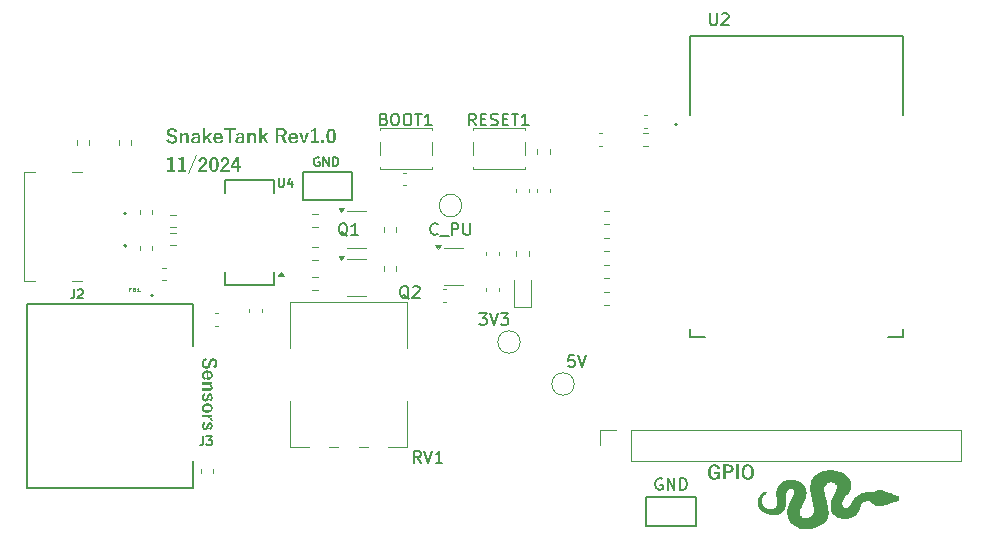
<source format=gbr>
%TF.GenerationSoftware,KiCad,Pcbnew,8.0.4*%
%TF.CreationDate,2024-11-19T10:10:49-07:00*%
%TF.ProjectId,SnakeTank,536e616b-6554-4616-9e6b-2e6b69636164,rev?*%
%TF.SameCoordinates,Original*%
%TF.FileFunction,Legend,Top*%
%TF.FilePolarity,Positive*%
%FSLAX46Y46*%
G04 Gerber Fmt 4.6, Leading zero omitted, Abs format (unit mm)*
G04 Created by KiCad (PCBNEW 8.0.4) date 2024-11-19 10:10:49*
%MOMM*%
%LPD*%
G01*
G04 APERTURE LIST*
%ADD10C,0.285750*%
%ADD11C,0.150000*%
%ADD12C,0.050800*%
%ADD13C,0.127000*%
%ADD14C,0.200000*%
%ADD15C,0.120000*%
%ADD16C,0.000000*%
G04 APERTURE END LIST*
D10*
G36*
X31071578Y-28386163D02*
G01*
X31071578Y-29486848D01*
X31305014Y-29486848D01*
X31305014Y-29646372D01*
X30629250Y-29646372D01*
X30629250Y-29486848D01*
X30875812Y-29486848D01*
X30875812Y-28588493D01*
X30823321Y-28620294D01*
X30767156Y-28648920D01*
X30707317Y-28674372D01*
X30651944Y-28694038D01*
X30643804Y-28696649D01*
X30610700Y-28529420D01*
X30666709Y-28511515D01*
X30722157Y-28489477D01*
X30777042Y-28463305D01*
X30831365Y-28433000D01*
X30885127Y-28398561D01*
X30902923Y-28386163D01*
X31071578Y-28386163D01*
G37*
G36*
X32008744Y-28386163D02*
G01*
X32008744Y-29486848D01*
X32242180Y-29486848D01*
X32242180Y-29646372D01*
X31566416Y-29646372D01*
X31566416Y-29486848D01*
X31812978Y-29486848D01*
X31812978Y-28588493D01*
X31760488Y-28620294D01*
X31704322Y-28648920D01*
X31644483Y-28674372D01*
X31589110Y-28694038D01*
X31580970Y-28696649D01*
X31547867Y-28529420D01*
X31603876Y-28511515D01*
X31659323Y-28489477D01*
X31714208Y-28463305D01*
X31768531Y-28433000D01*
X31822293Y-28398561D01*
X31840089Y-28386163D01*
X32008744Y-28386163D01*
G37*
G36*
X33152235Y-28240052D02*
G01*
X32482750Y-29810747D01*
X32379159Y-29810747D01*
X33048645Y-28240052D01*
X33152235Y-28240052D01*
G37*
G36*
X33259250Y-28746019D02*
G01*
X33270969Y-28683495D01*
X33289429Y-28626911D01*
X33319487Y-28568403D01*
X33358721Y-28517979D01*
X33399654Y-28481192D01*
X33452395Y-28447607D01*
X33511021Y-28423618D01*
X33567147Y-28410499D01*
X33627780Y-28404727D01*
X33645931Y-28404427D01*
X33711919Y-28407818D01*
X33772049Y-28417991D01*
X33834794Y-28438431D01*
X33889564Y-28468103D01*
X33930163Y-28500883D01*
X33969866Y-28547773D01*
X33998225Y-28601976D01*
X34015240Y-28663492D01*
X34020823Y-28723317D01*
X34020912Y-28732321D01*
X34015946Y-28792579D01*
X34001047Y-28850716D01*
X33976216Y-28906731D01*
X33958130Y-28936933D01*
X33920299Y-28987934D01*
X33882292Y-29031535D01*
X33836774Y-29078576D01*
X33791781Y-29121636D01*
X33767215Y-29144114D01*
X33724133Y-29182143D01*
X33671326Y-29230804D01*
X33623815Y-29277128D01*
X33581603Y-29321116D01*
X33536286Y-29372814D01*
X33499246Y-29420862D01*
X33465723Y-29473701D01*
X33461295Y-29481996D01*
X34025763Y-29481996D01*
X34025763Y-29646372D01*
X33247836Y-29646372D01*
X33247836Y-29500260D01*
X33276788Y-29446106D01*
X33310279Y-29391373D01*
X33348309Y-29336059D01*
X33390879Y-29280166D01*
X33437988Y-29223693D01*
X33476298Y-29180959D01*
X33517162Y-29137898D01*
X33560579Y-29094510D01*
X33606550Y-29050797D01*
X33651576Y-29007861D01*
X33696195Y-28962308D01*
X33736754Y-28916233D01*
X33771801Y-28867620D01*
X33774349Y-28863307D01*
X33796979Y-28810862D01*
X33806935Y-28752408D01*
X33807453Y-28734604D01*
X33800309Y-28676829D01*
X33773919Y-28623525D01*
X33756656Y-28605330D01*
X33706502Y-28576221D01*
X33647171Y-28566557D01*
X33642792Y-28566519D01*
X33578576Y-28577115D01*
X33528507Y-28608906D01*
X33492585Y-28661889D01*
X33473055Y-28724172D01*
X33464719Y-28787968D01*
X33259250Y-28746019D01*
G37*
G36*
X34643266Y-28408440D02*
G01*
X34700242Y-28420479D01*
X34761384Y-28445520D01*
X34814641Y-28482120D01*
X34860012Y-28530276D01*
X34885879Y-28568802D01*
X34911529Y-28620542D01*
X34932831Y-28679808D01*
X34949787Y-28746597D01*
X34960221Y-28805446D01*
X34967872Y-28869111D01*
X34972741Y-28937592D01*
X34974828Y-29010889D01*
X34974915Y-29029965D01*
X34973892Y-29094204D01*
X34970822Y-29154972D01*
X34965705Y-29212268D01*
X34955699Y-29283264D01*
X34942055Y-29348088D01*
X34924772Y-29406741D01*
X34898051Y-29471380D01*
X34865646Y-29526375D01*
X34858483Y-29536217D01*
X34819018Y-29579859D01*
X34773392Y-29614472D01*
X34721607Y-29640055D01*
X34663662Y-29656609D01*
X34599557Y-29664134D01*
X34576819Y-29664635D01*
X34513669Y-29660546D01*
X34456204Y-29648277D01*
X34394751Y-29622757D01*
X34341484Y-29585459D01*
X34296404Y-29536382D01*
X34270899Y-29497121D01*
X34245907Y-29445160D01*
X34225150Y-29385592D01*
X34208630Y-29318415D01*
X34198463Y-29259195D01*
X34191008Y-29195107D01*
X34186263Y-29126149D01*
X34184230Y-29052322D01*
X34184145Y-29033104D01*
X34184186Y-29030536D01*
X34396178Y-29030536D01*
X34396931Y-29097764D01*
X34399192Y-29159471D01*
X34404137Y-29228843D01*
X34411438Y-29289589D01*
X34423306Y-29351099D01*
X34441439Y-29407163D01*
X34444406Y-29413792D01*
X34478078Y-29463834D01*
X34528963Y-29494735D01*
X34576819Y-29501687D01*
X34637868Y-29490178D01*
X34685818Y-29455648D01*
X34717775Y-29404891D01*
X34726069Y-29383828D01*
X34742175Y-29321510D01*
X34751235Y-29263394D01*
X34757706Y-29195526D01*
X34761121Y-29131521D01*
X34762739Y-29060743D01*
X34762883Y-29030536D01*
X34762129Y-28963758D01*
X34759868Y-28902546D01*
X34754923Y-28833856D01*
X34747623Y-28773860D01*
X34735754Y-28713343D01*
X34717622Y-28658565D01*
X34714655Y-28652131D01*
X34680814Y-28603389D01*
X34629360Y-28573291D01*
X34580814Y-28566519D01*
X34521053Y-28577583D01*
X34474112Y-28610774D01*
X34442825Y-28659565D01*
X34434703Y-28679812D01*
X34417848Y-28741649D01*
X34408368Y-28799333D01*
X34401596Y-28866709D01*
X34398021Y-28930259D01*
X34396328Y-29000539D01*
X34396178Y-29030536D01*
X34184186Y-29030536D01*
X34185176Y-28969084D01*
X34188269Y-28908545D01*
X34193423Y-28851488D01*
X34203503Y-28780827D01*
X34217247Y-28716355D01*
X34234657Y-28658072D01*
X34261574Y-28593921D01*
X34294218Y-28539441D01*
X34301434Y-28529706D01*
X34340645Y-28487130D01*
X34394075Y-28448592D01*
X34446459Y-28425103D01*
X34504923Y-28410422D01*
X34569466Y-28404549D01*
X34580814Y-28404427D01*
X34643266Y-28408440D01*
G37*
G36*
X35133583Y-28746019D02*
G01*
X35145301Y-28683495D01*
X35163761Y-28626911D01*
X35193819Y-28568403D01*
X35233053Y-28517979D01*
X35273986Y-28481192D01*
X35326727Y-28447607D01*
X35385353Y-28423618D01*
X35441480Y-28410499D01*
X35502112Y-28404727D01*
X35520263Y-28404427D01*
X35586252Y-28407818D01*
X35646381Y-28417991D01*
X35709126Y-28438431D01*
X35763897Y-28468103D01*
X35804495Y-28500883D01*
X35844198Y-28547773D01*
X35872557Y-28601976D01*
X35889572Y-28663492D01*
X35895155Y-28723317D01*
X35895244Y-28732321D01*
X35890278Y-28792579D01*
X35875379Y-28850716D01*
X35850549Y-28906731D01*
X35832462Y-28936933D01*
X35794631Y-28987934D01*
X35756624Y-29031535D01*
X35711106Y-29078576D01*
X35666113Y-29121636D01*
X35641547Y-29144114D01*
X35598465Y-29182143D01*
X35545658Y-29230804D01*
X35498148Y-29277128D01*
X35455935Y-29321116D01*
X35410618Y-29372814D01*
X35373578Y-29420862D01*
X35340055Y-29473701D01*
X35335627Y-29481996D01*
X35900095Y-29481996D01*
X35900095Y-29646372D01*
X35122168Y-29646372D01*
X35122168Y-29500260D01*
X35151120Y-29446106D01*
X35184611Y-29391373D01*
X35222641Y-29336059D01*
X35265211Y-29280166D01*
X35312320Y-29223693D01*
X35350630Y-29180959D01*
X35391494Y-29137898D01*
X35434911Y-29094510D01*
X35480882Y-29050797D01*
X35525909Y-29007861D01*
X35570527Y-28962308D01*
X35611086Y-28916233D01*
X35646133Y-28867620D01*
X35648681Y-28863307D01*
X35671311Y-28810862D01*
X35681268Y-28752408D01*
X35681785Y-28734604D01*
X35674642Y-28676829D01*
X35648251Y-28623525D01*
X35630988Y-28605330D01*
X35580834Y-28576221D01*
X35521503Y-28566557D01*
X35517124Y-28566519D01*
X35452908Y-28577115D01*
X35402839Y-28608906D01*
X35366917Y-28661889D01*
X35347387Y-28724172D01*
X35339051Y-28787968D01*
X35133583Y-28746019D01*
G37*
G36*
X36707987Y-29208038D02*
G01*
X36864372Y-29208038D01*
X36864372Y-29362996D01*
X36707987Y-29362996D01*
X36707987Y-29646372D01*
X36518499Y-29646372D01*
X36518499Y-29362996D01*
X36040214Y-29362996D01*
X36040214Y-29218026D01*
X36045107Y-29208038D01*
X36211152Y-29208038D01*
X36518499Y-29208038D01*
X36518499Y-28932653D01*
X36518964Y-28869431D01*
X36520101Y-28806025D01*
X36521569Y-28746687D01*
X36523512Y-28681442D01*
X36525928Y-28610288D01*
X36528202Y-28549111D01*
X36505658Y-28549111D01*
X36483623Y-28605484D01*
X36459681Y-28664166D01*
X36433834Y-28725154D01*
X36410838Y-28777740D01*
X36386519Y-28831929D01*
X36366110Y-28876434D01*
X36211152Y-29208038D01*
X36045107Y-29208038D01*
X36447727Y-28386163D01*
X36707987Y-28386163D01*
X36707987Y-29208038D01*
G37*
G36*
X31463111Y-26260534D02*
G01*
X31248225Y-26320177D01*
X31229511Y-26258024D01*
X31204582Y-26206406D01*
X31166465Y-26158370D01*
X31119399Y-26125503D01*
X31063383Y-26107806D01*
X31021067Y-26104435D01*
X30958759Y-26109562D01*
X30901614Y-26127048D01*
X30856407Y-26156943D01*
X30821790Y-26205593D01*
X30808603Y-26262993D01*
X30808179Y-26276800D01*
X30814721Y-26333834D01*
X30839320Y-26387935D01*
X30863541Y-26414065D01*
X30912554Y-26444604D01*
X30970075Y-26468643D01*
X31027007Y-26486952D01*
X31042756Y-26491401D01*
X31110104Y-26511662D01*
X31176654Y-26531755D01*
X31236292Y-26553688D01*
X31289020Y-26577460D01*
X31343169Y-26608414D01*
X31393765Y-26647875D01*
X31416595Y-26672042D01*
X31448875Y-26721917D01*
X31470591Y-26780686D01*
X31481025Y-26840391D01*
X31483372Y-26889782D01*
X31478737Y-26956750D01*
X31464832Y-27017678D01*
X31441656Y-27072567D01*
X31409211Y-27121416D01*
X31367495Y-27164225D01*
X31351530Y-27177153D01*
X31303356Y-27208672D01*
X31248942Y-27233670D01*
X31188288Y-27252147D01*
X31121394Y-27264103D01*
X31060882Y-27269084D01*
X31022494Y-27269899D01*
X30961401Y-27267607D01*
X30904042Y-27260731D01*
X30840141Y-27246427D01*
X30781617Y-27225523D01*
X30728471Y-27198016D01*
X30696027Y-27176011D01*
X30649889Y-27135460D01*
X30610606Y-27088218D01*
X30578178Y-27034284D01*
X30552605Y-26973659D01*
X30541069Y-26936012D01*
X30752816Y-26868094D01*
X30769243Y-26924473D01*
X30795270Y-26979073D01*
X30833562Y-27028779D01*
X30856407Y-27049306D01*
X30905587Y-27079526D01*
X30961310Y-27097202D01*
X31017643Y-27102385D01*
X31074829Y-27099482D01*
X31135589Y-27087690D01*
X31192775Y-27061565D01*
X31237810Y-27014576D01*
X31257825Y-26960149D01*
X31261637Y-26916607D01*
X31255298Y-26858767D01*
X31231459Y-26804669D01*
X31207987Y-26779057D01*
X31156098Y-26746230D01*
X31100484Y-26722348D01*
X31039036Y-26701649D01*
X31013077Y-26694016D01*
X30947156Y-26674610D01*
X30883964Y-26653784D01*
X30827265Y-26631258D01*
X30767799Y-26601983D01*
X30717682Y-26570260D01*
X30671031Y-26530155D01*
X30654933Y-26511948D01*
X30622791Y-26460884D01*
X30601168Y-26400475D01*
X30590779Y-26338932D01*
X30588441Y-26287930D01*
X30592836Y-26229208D01*
X30609070Y-26166457D01*
X30637267Y-26109906D01*
X30677426Y-26059554D01*
X30713435Y-26027384D01*
X30767150Y-25992024D01*
X30827666Y-25965348D01*
X30884949Y-25949397D01*
X30947228Y-25939825D01*
X31014504Y-25936635D01*
X31077509Y-25939482D01*
X31136180Y-25948022D01*
X31207666Y-25968266D01*
X31271447Y-25998631D01*
X31327523Y-26039119D01*
X31375893Y-26089728D01*
X31416559Y-26150459D01*
X31442002Y-26202650D01*
X31463111Y-26260534D01*
G37*
G36*
X31891456Y-26356705D02*
G01*
X31891456Y-26502816D01*
X31930756Y-26455662D01*
X31974460Y-26415866D01*
X32022566Y-26383427D01*
X32032716Y-26377822D01*
X32089554Y-26353824D01*
X32147918Y-26340902D01*
X32187674Y-26338441D01*
X32245783Y-26343310D01*
X32303395Y-26360428D01*
X32352791Y-26389871D01*
X32381157Y-26416348D01*
X32415017Y-26464627D01*
X32436336Y-26521713D01*
X32444801Y-26580620D01*
X32445366Y-26601840D01*
X32445366Y-27233372D01*
X32233333Y-27233372D01*
X32233333Y-26661769D01*
X32227339Y-26604837D01*
X32202014Y-26552185D01*
X32150630Y-26520794D01*
X32108054Y-26515658D01*
X32049553Y-26526858D01*
X31996959Y-26555036D01*
X31989339Y-26560461D01*
X31946156Y-26599563D01*
X31910558Y-26644186D01*
X31898020Y-26663481D01*
X31898020Y-27233372D01*
X31690839Y-27233372D01*
X31690839Y-26356705D01*
X31891456Y-26356705D01*
G37*
G36*
X33110314Y-26340989D02*
G01*
X33184114Y-26352315D01*
X33246981Y-26372701D01*
X33298915Y-26402148D01*
X33348456Y-26451698D01*
X33380915Y-26515406D01*
X33394582Y-26576565D01*
X33397657Y-26628380D01*
X33397657Y-26975109D01*
X33398566Y-27038872D01*
X33401295Y-27103170D01*
X33405843Y-27168003D01*
X33411315Y-27225171D01*
X33412211Y-27233372D01*
X33221867Y-27233372D01*
X33212727Y-27175523D01*
X33206742Y-27123788D01*
X33167099Y-27167236D01*
X33121157Y-27201695D01*
X33068913Y-27227165D01*
X33010369Y-27243645D01*
X32945525Y-27251136D01*
X32922510Y-27251635D01*
X32859068Y-27246731D01*
X32802867Y-27232016D01*
X32748297Y-27203736D01*
X32712190Y-27173158D01*
X32676674Y-27126093D01*
X32654313Y-27071226D01*
X32645105Y-27008555D01*
X32644842Y-26995085D01*
X32646598Y-26978533D01*
X32842320Y-26978533D01*
X32853742Y-27039231D01*
X32893226Y-27083374D01*
X32952875Y-27102135D01*
X32986719Y-27104097D01*
X33049198Y-27095572D01*
X33105078Y-27069995D01*
X33154358Y-27027368D01*
X33192065Y-26976081D01*
X33197039Y-26967689D01*
X33197039Y-26813302D01*
X33138769Y-26816144D01*
X33080500Y-26822101D01*
X33022230Y-26831173D01*
X32989858Y-26837559D01*
X32932370Y-26855424D01*
X32879205Y-26889069D01*
X32847507Y-26940536D01*
X32842320Y-26978533D01*
X32646598Y-26978533D01*
X32652032Y-26927327D01*
X32673602Y-26868166D01*
X32709552Y-26817603D01*
X32759883Y-26775637D01*
X32810501Y-26748255D01*
X32870322Y-26726375D01*
X32939347Y-26709997D01*
X32996439Y-26700972D01*
X33058419Y-26693873D01*
X33116660Y-26689242D01*
X33178643Y-26686086D01*
X33197039Y-26685455D01*
X33197039Y-26635800D01*
X33191060Y-26577798D01*
X33166768Y-26525160D01*
X33154518Y-26512518D01*
X33100372Y-26487367D01*
X33040655Y-26481413D01*
X32983371Y-26489661D01*
X32932301Y-26516803D01*
X32923366Y-26524504D01*
X32888265Y-26570735D01*
X32868835Y-26626516D01*
X32868004Y-26630663D01*
X32674521Y-26580152D01*
X32695647Y-26523501D01*
X32732314Y-26463309D01*
X32780378Y-26414920D01*
X32839841Y-26378332D01*
X32895619Y-26357560D01*
X32958690Y-26344342D01*
X33029057Y-26338677D01*
X33047789Y-26338441D01*
X33110314Y-26340989D01*
G37*
G36*
X34413871Y-26356705D02*
G01*
X34112802Y-26684313D01*
X34430708Y-27233372D01*
X34203551Y-27233372D01*
X33980389Y-26819866D01*
X33856822Y-26952564D01*
X33856822Y-27233372D01*
X33653066Y-27233372D01*
X33653066Y-25936635D01*
X33856822Y-25936635D01*
X33856822Y-26739676D01*
X34181863Y-26356705D01*
X34413871Y-26356705D01*
G37*
G36*
X34996953Y-26341736D02*
G01*
X35061055Y-26354391D01*
X35119539Y-26376536D01*
X35172405Y-26408172D01*
X35219652Y-26449300D01*
X35241168Y-26473422D01*
X35275500Y-26522161D01*
X35302729Y-26576558D01*
X35322854Y-26636613D01*
X35335877Y-26702327D01*
X35341303Y-26761411D01*
X35342191Y-26798748D01*
X35342191Y-26840127D01*
X34732062Y-26840127D01*
X34736824Y-26902481D01*
X34751520Y-26963419D01*
X34779444Y-27019692D01*
X34797984Y-27043313D01*
X34843430Y-27079707D01*
X34899330Y-27100994D01*
X34959219Y-27107236D01*
X35017975Y-27099289D01*
X35073387Y-27070743D01*
X35116278Y-27021436D01*
X35143536Y-26961261D01*
X35149564Y-26941149D01*
X35337339Y-26994799D01*
X35312793Y-27054995D01*
X35281674Y-27107165D01*
X35243982Y-27151309D01*
X35199718Y-27187426D01*
X35148881Y-27215518D01*
X35091472Y-27235583D01*
X35027491Y-27247622D01*
X34956936Y-27251635D01*
X34891964Y-27248340D01*
X34832063Y-27238454D01*
X34777235Y-27221976D01*
X34718136Y-27193504D01*
X34666341Y-27155540D01*
X34628757Y-27116654D01*
X34595201Y-27069577D01*
X34568588Y-27016742D01*
X34548917Y-26958148D01*
X34536189Y-26893795D01*
X34530886Y-26835769D01*
X34530018Y-26799033D01*
X34533153Y-26730691D01*
X34537154Y-26703719D01*
X34735487Y-26703719D01*
X35139861Y-26703719D01*
X35131052Y-26639593D01*
X35109702Y-26576989D01*
X35076594Y-26530037D01*
X35023107Y-26495039D01*
X34964523Y-26481997D01*
X34942382Y-26481127D01*
X34884990Y-26487760D01*
X34831837Y-26510378D01*
X34789137Y-26549046D01*
X34759788Y-26598086D01*
X34741515Y-26657880D01*
X34735487Y-26703719D01*
X34537154Y-26703719D01*
X34542559Y-26667282D01*
X34558235Y-26608806D01*
X34580181Y-26555262D01*
X34614794Y-26497521D01*
X34658436Y-26446883D01*
X34709426Y-26404628D01*
X34766260Y-26372752D01*
X34828939Y-26351255D01*
X34887316Y-26341088D01*
X34939243Y-26338441D01*
X34996953Y-26341736D01*
G37*
G36*
X36442875Y-25954899D02*
G01*
X36442875Y-26133828D01*
X36063329Y-26133828D01*
X36063329Y-27233372D01*
X35839311Y-27233372D01*
X35839311Y-26133828D01*
X35462903Y-26133828D01*
X35462903Y-25954899D01*
X36442875Y-25954899D01*
G37*
G36*
X36858978Y-26340989D02*
G01*
X36932778Y-26352315D01*
X36995645Y-26372701D01*
X37047579Y-26402148D01*
X37097121Y-26451698D01*
X37129579Y-26515406D01*
X37143246Y-26576565D01*
X37146321Y-26628380D01*
X37146321Y-26975109D01*
X37147230Y-27038872D01*
X37149959Y-27103170D01*
X37154507Y-27168003D01*
X37159979Y-27225171D01*
X37160875Y-27233372D01*
X36970531Y-27233372D01*
X36961391Y-27175523D01*
X36955406Y-27123788D01*
X36915764Y-27167236D01*
X36869821Y-27201695D01*
X36817577Y-27227165D01*
X36759033Y-27243645D01*
X36694189Y-27251136D01*
X36671174Y-27251635D01*
X36607732Y-27246731D01*
X36551531Y-27232016D01*
X36496961Y-27203736D01*
X36460854Y-27173158D01*
X36425338Y-27126093D01*
X36402977Y-27071226D01*
X36393769Y-27008555D01*
X36393506Y-26995085D01*
X36395262Y-26978533D01*
X36590984Y-26978533D01*
X36602406Y-27039231D01*
X36641891Y-27083374D01*
X36701540Y-27102135D01*
X36735383Y-27104097D01*
X36797862Y-27095572D01*
X36853742Y-27069995D01*
X36903022Y-27027368D01*
X36940729Y-26976081D01*
X36945703Y-26967689D01*
X36945703Y-26813302D01*
X36887434Y-26816144D01*
X36829164Y-26822101D01*
X36770894Y-26831173D01*
X36738522Y-26837559D01*
X36681034Y-26855424D01*
X36627869Y-26889069D01*
X36596171Y-26940536D01*
X36590984Y-26978533D01*
X36395262Y-26978533D01*
X36400696Y-26927327D01*
X36422266Y-26868166D01*
X36458217Y-26817603D01*
X36508547Y-26775637D01*
X36559165Y-26748255D01*
X36618987Y-26726375D01*
X36688011Y-26709997D01*
X36745104Y-26700972D01*
X36807083Y-26693873D01*
X36865324Y-26689242D01*
X36927307Y-26686086D01*
X36945703Y-26685455D01*
X36945703Y-26635800D01*
X36939724Y-26577798D01*
X36915432Y-26525160D01*
X36903183Y-26512518D01*
X36849036Y-26487367D01*
X36789319Y-26481413D01*
X36732036Y-26489661D01*
X36680965Y-26516803D01*
X36672030Y-26524504D01*
X36636929Y-26570735D01*
X36617499Y-26626516D01*
X36616668Y-26630663D01*
X36423185Y-26580152D01*
X36444311Y-26523501D01*
X36480978Y-26463309D01*
X36529043Y-26414920D01*
X36588506Y-26378332D01*
X36644283Y-26357560D01*
X36707355Y-26344342D01*
X36777722Y-26338677D01*
X36796453Y-26338441D01*
X36858978Y-26340989D01*
G37*
G36*
X37602347Y-26356705D02*
G01*
X37602347Y-26502816D01*
X37641648Y-26455662D01*
X37685351Y-26415866D01*
X37733457Y-26383427D01*
X37743607Y-26377822D01*
X37800446Y-26353824D01*
X37858809Y-26340902D01*
X37898565Y-26338441D01*
X37956674Y-26343310D01*
X38014287Y-26360428D01*
X38063682Y-26389871D01*
X38092048Y-26416348D01*
X38125908Y-26464627D01*
X38147228Y-26521713D01*
X38155693Y-26580620D01*
X38156257Y-26601840D01*
X38156257Y-27233372D01*
X37944225Y-27233372D01*
X37944225Y-26661769D01*
X37938230Y-26604837D01*
X37912905Y-26552185D01*
X37861521Y-26520794D01*
X37818946Y-26515658D01*
X37760444Y-26526858D01*
X37707851Y-26555036D01*
X37700230Y-26560461D01*
X37657048Y-26599563D01*
X37621449Y-26644186D01*
X37608911Y-26663481D01*
X37608911Y-27233372D01*
X37401730Y-27233372D01*
X37401730Y-26356705D01*
X37602347Y-26356705D01*
G37*
G36*
X39172757Y-26356705D02*
G01*
X38871688Y-26684313D01*
X39189594Y-27233372D01*
X38962437Y-27233372D01*
X38739275Y-26819866D01*
X38615708Y-26952564D01*
X38615708Y-27233372D01*
X38411952Y-27233372D01*
X38411952Y-25936635D01*
X38615708Y-25936635D01*
X38615708Y-26739676D01*
X38940748Y-26356705D01*
X39172757Y-26356705D01*
G37*
G36*
X40367352Y-25957976D02*
G01*
X40440189Y-25967209D01*
X40505080Y-25982597D01*
X40562026Y-26004139D01*
X40625593Y-26042437D01*
X40675034Y-26091677D01*
X40710348Y-26151860D01*
X40731537Y-26222985D01*
X40738159Y-26283509D01*
X40738600Y-26305052D01*
X40733981Y-26366907D01*
X40720122Y-26423482D01*
X40693488Y-26480819D01*
X40664689Y-26520794D01*
X40619258Y-26564826D01*
X40570220Y-26597403D01*
X40513463Y-26623297D01*
X40485760Y-26632661D01*
X40780265Y-27233372D01*
X40541978Y-27233372D01*
X40283430Y-26665764D01*
X40225785Y-26667191D01*
X40045143Y-26667191D01*
X40045143Y-27233372D01*
X39828259Y-27233372D01*
X39828259Y-26502816D01*
X40045143Y-26502816D01*
X40267449Y-26502816D01*
X40325973Y-26499775D01*
X40388154Y-26487421D01*
X40446678Y-26460052D01*
X40487645Y-26418998D01*
X40511054Y-26364260D01*
X40517151Y-26308191D01*
X40508713Y-26244571D01*
X40477542Y-26186983D01*
X40423401Y-26147312D01*
X40358714Y-26127568D01*
X40291917Y-26121169D01*
X40277152Y-26120986D01*
X40045143Y-26120986D01*
X40045143Y-26502816D01*
X39828259Y-26502816D01*
X39828259Y-25954899D01*
X40286569Y-25954899D01*
X40367352Y-25957976D01*
G37*
G36*
X41349364Y-26341736D02*
G01*
X41413466Y-26354391D01*
X41471950Y-26376536D01*
X41524815Y-26408172D01*
X41572062Y-26449300D01*
X41593579Y-26473422D01*
X41627911Y-26522161D01*
X41655139Y-26576558D01*
X41675265Y-26636613D01*
X41688287Y-26702327D01*
X41693713Y-26761411D01*
X41694601Y-26798748D01*
X41694601Y-26840127D01*
X41084473Y-26840127D01*
X41089235Y-26902481D01*
X41103930Y-26963419D01*
X41131855Y-27019692D01*
X41150394Y-27043313D01*
X41195841Y-27079707D01*
X41251741Y-27100994D01*
X41311630Y-27107236D01*
X41370386Y-27099289D01*
X41425798Y-27070743D01*
X41468688Y-27021436D01*
X41495947Y-26961261D01*
X41501974Y-26941149D01*
X41689750Y-26994799D01*
X41665203Y-27054995D01*
X41634084Y-27107165D01*
X41596393Y-27151309D01*
X41552128Y-27187426D01*
X41501292Y-27215518D01*
X41443883Y-27235583D01*
X41379901Y-27247622D01*
X41309347Y-27251635D01*
X41244375Y-27248340D01*
X41184474Y-27238454D01*
X41129646Y-27221976D01*
X41070546Y-27193504D01*
X41018751Y-27155540D01*
X40981168Y-27116654D01*
X40947612Y-27069577D01*
X40920999Y-27016742D01*
X40901328Y-26958148D01*
X40888600Y-26893795D01*
X40883296Y-26835769D01*
X40882429Y-26799033D01*
X40885564Y-26730691D01*
X40889565Y-26703719D01*
X41087897Y-26703719D01*
X41492271Y-26703719D01*
X41483462Y-26639593D01*
X41462113Y-26576989D01*
X41429005Y-26530037D01*
X41375518Y-26495039D01*
X41316934Y-26481997D01*
X41294793Y-26481127D01*
X41237401Y-26487760D01*
X41184247Y-26510378D01*
X41141548Y-26549046D01*
X41112199Y-26598086D01*
X41093926Y-26657880D01*
X41087897Y-26703719D01*
X40889565Y-26703719D01*
X40894969Y-26667282D01*
X40910645Y-26608806D01*
X40932592Y-26555262D01*
X40967205Y-26497521D01*
X41010847Y-26446883D01*
X41061836Y-26404628D01*
X41118671Y-26372752D01*
X41181350Y-26351255D01*
X41239727Y-26341088D01*
X41291654Y-26338441D01*
X41349364Y-26341736D01*
G37*
G36*
X42606654Y-26356705D02*
G01*
X42323564Y-27233372D01*
X42078714Y-27233372D01*
X41799333Y-26356705D01*
X42020783Y-26356705D01*
X42114671Y-26719985D01*
X42129586Y-26778308D01*
X42143548Y-26835249D01*
X42157305Y-26892977D01*
X42158904Y-26899770D01*
X42173258Y-26959923D01*
X42187062Y-27017197D01*
X42197429Y-27059294D01*
X42216549Y-27059294D01*
X42231388Y-27003776D01*
X42246906Y-26943893D01*
X42261888Y-26885231D01*
X42263921Y-26877226D01*
X42279193Y-26818875D01*
X42294189Y-26762864D01*
X42307298Y-26715419D01*
X42404610Y-26356705D01*
X42606654Y-26356705D01*
G37*
G36*
X43228483Y-25973163D02*
G01*
X43228483Y-27073848D01*
X43461918Y-27073848D01*
X43461918Y-27233372D01*
X42786154Y-27233372D01*
X42786154Y-27073848D01*
X43032717Y-27073848D01*
X43032717Y-26175493D01*
X42980226Y-26207294D01*
X42924061Y-26235920D01*
X42864222Y-26261372D01*
X42808848Y-26281038D01*
X42800708Y-26283649D01*
X42767605Y-26116420D01*
X42823614Y-26098515D01*
X42879061Y-26076477D01*
X42933946Y-26050305D01*
X42988270Y-26020000D01*
X43042031Y-25985561D01*
X43059827Y-25973163D01*
X43228483Y-25973163D01*
G37*
G36*
X43920799Y-27006214D02*
G01*
X43920799Y-27233372D01*
X43685651Y-27233372D01*
X43685651Y-27006214D01*
X43920799Y-27006214D01*
G37*
G36*
X44563985Y-25995440D02*
G01*
X44620961Y-26007479D01*
X44682103Y-26032520D01*
X44735360Y-26069120D01*
X44780731Y-26117276D01*
X44806597Y-26155802D01*
X44832248Y-26207542D01*
X44853550Y-26266808D01*
X44870505Y-26333597D01*
X44880939Y-26392446D01*
X44888591Y-26456111D01*
X44893460Y-26524592D01*
X44895547Y-26597889D01*
X44895634Y-26616965D01*
X44894611Y-26681204D01*
X44891541Y-26741972D01*
X44886424Y-26799268D01*
X44876418Y-26870264D01*
X44862774Y-26935088D01*
X44845491Y-26993741D01*
X44818770Y-27058380D01*
X44786365Y-27113375D01*
X44779202Y-27123217D01*
X44739736Y-27166859D01*
X44694111Y-27201472D01*
X44642326Y-27227055D01*
X44584381Y-27243609D01*
X44520275Y-27251134D01*
X44497538Y-27251635D01*
X44434388Y-27247546D01*
X44376923Y-27235277D01*
X44315470Y-27209757D01*
X44262203Y-27172459D01*
X44217123Y-27123382D01*
X44191618Y-27084121D01*
X44166625Y-27032160D01*
X44145869Y-26972592D01*
X44129349Y-26905415D01*
X44119182Y-26846195D01*
X44111727Y-26782107D01*
X44106982Y-26713149D01*
X44104949Y-26639322D01*
X44104864Y-26620104D01*
X44104905Y-26617536D01*
X44316897Y-26617536D01*
X44317650Y-26684764D01*
X44319911Y-26746471D01*
X44324856Y-26815843D01*
X44332156Y-26876589D01*
X44344025Y-26938099D01*
X44362158Y-26994163D01*
X44365125Y-27000792D01*
X44398797Y-27050834D01*
X44449682Y-27081735D01*
X44497538Y-27088687D01*
X44558587Y-27077178D01*
X44606537Y-27042648D01*
X44638494Y-26991891D01*
X44646788Y-26970828D01*
X44662894Y-26908510D01*
X44671954Y-26850394D01*
X44678425Y-26782526D01*
X44681840Y-26718521D01*
X44683458Y-26647743D01*
X44683602Y-26617536D01*
X44682848Y-26550758D01*
X44680587Y-26489546D01*
X44675642Y-26420856D01*
X44668342Y-26360860D01*
X44656473Y-26300343D01*
X44638341Y-26245565D01*
X44635373Y-26239131D01*
X44601533Y-26190389D01*
X44550079Y-26160291D01*
X44501533Y-26153519D01*
X44441772Y-26164583D01*
X44394830Y-26197774D01*
X44363544Y-26246565D01*
X44355422Y-26266812D01*
X44338567Y-26328649D01*
X44329086Y-26386333D01*
X44322314Y-26453709D01*
X44318740Y-26517259D01*
X44317047Y-26587539D01*
X44316897Y-26617536D01*
X44104905Y-26617536D01*
X44105895Y-26556084D01*
X44108988Y-26495545D01*
X44114142Y-26438488D01*
X44124222Y-26367827D01*
X44137966Y-26303355D01*
X44155376Y-26245072D01*
X44182293Y-26180921D01*
X44214937Y-26126441D01*
X44222153Y-26116706D01*
X44261364Y-26074130D01*
X44314794Y-26035592D01*
X44367178Y-26012103D01*
X44425642Y-25997422D01*
X44490185Y-25991549D01*
X44501533Y-25991427D01*
X44563985Y-25995440D01*
G37*
G36*
X34546999Y-46300739D02*
G01*
X34488652Y-46090524D01*
X34549453Y-46072217D01*
X34599949Y-46047831D01*
X34646941Y-46010542D01*
X34679094Y-45964499D01*
X34696407Y-45909701D01*
X34699704Y-45868305D01*
X34694688Y-45807351D01*
X34677582Y-45751449D01*
X34648337Y-45707224D01*
X34600745Y-45673360D01*
X34544592Y-45660459D01*
X34531086Y-45660045D01*
X34475292Y-45666444D01*
X34422367Y-45690509D01*
X34396805Y-45714203D01*
X34366930Y-45762151D01*
X34343413Y-45818421D01*
X34325503Y-45874115D01*
X34321150Y-45889522D01*
X34301329Y-45955406D01*
X34281673Y-46020509D01*
X34260217Y-46078851D01*
X34236962Y-46130432D01*
X34206681Y-46183405D01*
X34168078Y-46232900D01*
X34144436Y-46255234D01*
X34095645Y-46286812D01*
X34038154Y-46308056D01*
X33979747Y-46318263D01*
X33931430Y-46320560D01*
X33865918Y-46316025D01*
X33806314Y-46302422D01*
X33752618Y-46279751D01*
X33704831Y-46248011D01*
X33662953Y-46207202D01*
X33650306Y-46191583D01*
X33619472Y-46144457D01*
X33595017Y-46091226D01*
X33576942Y-46031891D01*
X33565246Y-45966451D01*
X33560373Y-45907254D01*
X33559576Y-45869701D01*
X33561818Y-45809936D01*
X33568545Y-45753824D01*
X33582537Y-45691312D01*
X33602988Y-45634060D01*
X33629896Y-45582069D01*
X33651423Y-45550331D01*
X33691092Y-45505196D01*
X33737308Y-45466766D01*
X33790069Y-45435043D01*
X33849376Y-45410026D01*
X33886204Y-45398742D01*
X33952647Y-45605886D01*
X33897493Y-45621955D01*
X33844080Y-45647417D01*
X33795454Y-45684876D01*
X33775374Y-45707224D01*
X33745811Y-45755335D01*
X33728519Y-45809846D01*
X33723448Y-45864955D01*
X33726288Y-45920898D01*
X33737824Y-45980337D01*
X33763381Y-46036280D01*
X33809349Y-46080335D01*
X33862593Y-46099915D01*
X33905188Y-46103645D01*
X33961771Y-46097443D01*
X34014692Y-46074123D01*
X34039747Y-46051161D01*
X34071861Y-46000400D01*
X34095224Y-45945996D01*
X34115473Y-45885883D01*
X34122940Y-45860488D01*
X34141924Y-45796000D01*
X34162297Y-45734182D01*
X34184333Y-45678716D01*
X34212972Y-45620542D01*
X34244006Y-45571515D01*
X34283238Y-45525878D01*
X34301050Y-45510130D01*
X34351004Y-45478687D01*
X34410100Y-45457534D01*
X34470304Y-45447371D01*
X34520198Y-45445084D01*
X34577643Y-45449383D01*
X34639030Y-45465264D01*
X34694352Y-45492848D01*
X34743609Y-45532134D01*
X34775080Y-45567360D01*
X34809672Y-45619908D01*
X34835767Y-45679108D01*
X34851372Y-45735145D01*
X34860735Y-45796071D01*
X34863856Y-45861884D01*
X34861071Y-45923520D01*
X34852717Y-45980915D01*
X34832913Y-46050847D01*
X34803208Y-46113241D01*
X34763600Y-46168098D01*
X34714091Y-46215417D01*
X34654681Y-46255199D01*
X34603624Y-46280089D01*
X34546999Y-46300739D01*
G37*
G36*
X34087062Y-46473262D02*
G01*
X34149093Y-46482463D01*
X34206298Y-46497798D01*
X34258677Y-46519267D01*
X34315164Y-46553128D01*
X34364701Y-46595821D01*
X34406036Y-46645702D01*
X34437220Y-46701301D01*
X34458250Y-46762618D01*
X34468195Y-46819725D01*
X34470785Y-46870524D01*
X34467561Y-46926979D01*
X34455182Y-46989688D01*
X34433518Y-47046900D01*
X34402569Y-47098616D01*
X34362336Y-47144836D01*
X34338738Y-47165885D01*
X34291059Y-47199471D01*
X34237844Y-47226107D01*
X34179095Y-47245795D01*
X34114809Y-47258535D01*
X34057010Y-47263843D01*
X34020485Y-47264711D01*
X33980005Y-47264711D01*
X33980005Y-47066780D01*
X34113448Y-47066780D01*
X34176180Y-47058162D01*
X34237422Y-47037277D01*
X34283355Y-47004889D01*
X34317591Y-46952565D01*
X34330350Y-46895254D01*
X34331200Y-46873595D01*
X34324712Y-46817450D01*
X34302586Y-46765452D01*
X34264758Y-46723681D01*
X34216785Y-46694970D01*
X34158290Y-46677094D01*
X34113448Y-46671197D01*
X34113448Y-47066780D01*
X33980005Y-47066780D01*
X33980005Y-46667847D01*
X33919007Y-46672505D01*
X33859393Y-46686881D01*
X33804344Y-46714198D01*
X33781236Y-46732335D01*
X33745634Y-46776793D01*
X33724809Y-46831478D01*
X33718702Y-46890066D01*
X33726477Y-46947544D01*
X33754403Y-47001751D01*
X33802638Y-47043710D01*
X33861504Y-47070375D01*
X33881179Y-47076272D01*
X33828695Y-47259965D01*
X33769808Y-47235952D01*
X33718772Y-47205510D01*
X33675588Y-47168638D01*
X33640256Y-47125336D01*
X33612775Y-47075604D01*
X33593146Y-47019443D01*
X33581368Y-46956853D01*
X33577443Y-46887832D01*
X33580666Y-46824272D01*
X33590338Y-46765674D01*
X33606457Y-46712037D01*
X33634311Y-46654223D01*
X33671449Y-46603554D01*
X33709490Y-46566787D01*
X33755543Y-46533961D01*
X33807230Y-46507926D01*
X33864550Y-46488683D01*
X33927504Y-46476232D01*
X33984269Y-46471044D01*
X34020206Y-46470195D01*
X34087062Y-46473262D01*
G37*
G36*
X34452918Y-47660015D02*
G01*
X34309984Y-47660015D01*
X34356112Y-47698461D01*
X34395043Y-47741214D01*
X34426777Y-47788275D01*
X34432260Y-47798204D01*
X34455736Y-47853807D01*
X34468377Y-47910902D01*
X34470785Y-47949793D01*
X34466022Y-48006639D01*
X34449276Y-48062999D01*
X34420473Y-48111321D01*
X34394572Y-48139070D01*
X34347342Y-48172194D01*
X34291497Y-48193050D01*
X34233871Y-48201331D01*
X34213112Y-48201883D01*
X33595310Y-48201883D01*
X33595310Y-47994460D01*
X34154486Y-47994460D01*
X34210180Y-47988596D01*
X34261687Y-47963822D01*
X34292396Y-47913555D01*
X34297421Y-47871905D01*
X34286464Y-47814675D01*
X34258899Y-47763225D01*
X34253591Y-47755771D01*
X34215340Y-47713526D01*
X34171686Y-47678702D01*
X34152811Y-47666436D01*
X33595310Y-47666436D01*
X33595310Y-47463759D01*
X34452918Y-47463759D01*
X34452918Y-47660015D01*
G37*
G36*
X34255266Y-49088805D02*
G01*
X34202782Y-48897295D01*
X34259576Y-48875014D01*
X34304073Y-48836391D01*
X34328033Y-48783414D01*
X34332596Y-48740122D01*
X34326462Y-48683165D01*
X34304679Y-48634038D01*
X34258173Y-48602717D01*
X34247729Y-48601933D01*
X34193293Y-48614433D01*
X34167049Y-48637388D01*
X34141637Y-48688147D01*
X34124174Y-48742951D01*
X34119869Y-48759106D01*
X34100886Y-48832807D01*
X34084662Y-48889384D01*
X34063626Y-48946510D01*
X34036804Y-49000084D01*
X34003084Y-49045423D01*
X33995080Y-49053351D01*
X33946675Y-49086014D01*
X33892302Y-49102711D01*
X33840700Y-49106951D01*
X33780381Y-49100618D01*
X33727287Y-49081617D01*
X33676190Y-49045099D01*
X33642768Y-49005613D01*
X33614188Y-48954542D01*
X33593774Y-48894852D01*
X33582610Y-48835553D01*
X33578017Y-48779473D01*
X33577443Y-48749614D01*
X33580880Y-48680838D01*
X33591192Y-48618562D01*
X33608378Y-48562784D01*
X33639528Y-48502203D01*
X33681420Y-48451776D01*
X33734054Y-48411505D01*
X33797428Y-48381390D01*
X33863312Y-48569829D01*
X33805769Y-48593163D01*
X33757311Y-48631509D01*
X33727313Y-48682314D01*
X33715776Y-48745576D01*
X33715632Y-48754360D01*
X33721055Y-48817016D01*
X33740536Y-48869779D01*
X33784811Y-48907467D01*
X33828974Y-48915162D01*
X33884983Y-48900440D01*
X33907700Y-48877474D01*
X33931184Y-48824060D01*
X33948647Y-48768925D01*
X33955438Y-48744868D01*
X33974980Y-48671168D01*
X33990471Y-48617099D01*
X34010652Y-48562628D01*
X34036497Y-48511728D01*
X34072974Y-48465130D01*
X34076877Y-48461511D01*
X34124497Y-48431230D01*
X34178978Y-48415750D01*
X34231258Y-48411819D01*
X34291124Y-48419460D01*
X34343526Y-48442382D01*
X34388465Y-48480585D01*
X34410205Y-48508412D01*
X34439490Y-48562875D01*
X34457474Y-48618888D01*
X34467886Y-48682054D01*
X34470785Y-48743193D01*
X34467418Y-48807524D01*
X34457315Y-48865819D01*
X34435216Y-48930197D01*
X34402594Y-48985142D01*
X34359448Y-49030654D01*
X34305779Y-49066733D01*
X34255266Y-49088805D01*
G37*
G36*
X34088268Y-49254887D02*
G01*
X34149939Y-49264027D01*
X34206893Y-49279260D01*
X34259131Y-49300586D01*
X34315591Y-49334220D01*
X34365259Y-49376629D01*
X34406377Y-49426551D01*
X34437396Y-49482270D01*
X34458316Y-49543786D01*
X34468209Y-49601130D01*
X34470785Y-49652169D01*
X34467507Y-49710488D01*
X34454918Y-49775055D01*
X34432888Y-49833713D01*
X34401416Y-49886463D01*
X34360502Y-49933305D01*
X34336505Y-49954510D01*
X34289365Y-49987336D01*
X34237142Y-50013371D01*
X34179835Y-50032614D01*
X34117444Y-50045066D01*
X34061568Y-50050254D01*
X34026347Y-50051103D01*
X33959813Y-50048070D01*
X33898049Y-50038971D01*
X33841057Y-50023806D01*
X33788835Y-50002575D01*
X33732467Y-49969091D01*
X33682969Y-49926872D01*
X33641851Y-49877197D01*
X33610832Y-49821484D01*
X33589912Y-49759732D01*
X33580019Y-49701996D01*
X33577443Y-49650494D01*
X33723448Y-49650494D01*
X33730809Y-49706148D01*
X33759075Y-49760482D01*
X33808541Y-49801232D01*
X33865956Y-49824814D01*
X33922488Y-49836888D01*
X33988441Y-49842925D01*
X34024951Y-49843680D01*
X34095224Y-49840687D01*
X34156126Y-49831710D01*
X34219078Y-49812073D01*
X34267391Y-49783085D01*
X34306040Y-49735955D01*
X34323608Y-49675360D01*
X34324780Y-49652169D01*
X34317460Y-49596515D01*
X34289351Y-49542182D01*
X34240160Y-49501432D01*
X34183064Y-49477850D01*
X34126846Y-49465776D01*
X34061259Y-49459739D01*
X34024951Y-49458984D01*
X33954287Y-49461976D01*
X33893044Y-49470953D01*
X33829740Y-49490591D01*
X33781158Y-49519579D01*
X33742292Y-49566709D01*
X33724626Y-49627304D01*
X33723448Y-49650494D01*
X33577443Y-49650494D01*
X33580721Y-49591794D01*
X33593310Y-49526913D01*
X33615340Y-49468098D01*
X33646812Y-49415348D01*
X33687726Y-49368663D01*
X33711723Y-49347595D01*
X33758692Y-49315054D01*
X33810824Y-49289245D01*
X33868118Y-49270168D01*
X33930575Y-49257825D01*
X33986565Y-49252682D01*
X34021881Y-49251840D01*
X34088268Y-49254887D01*
G37*
G36*
X34470785Y-50716364D02*
G01*
X34280950Y-50702964D01*
X34273373Y-50642784D01*
X34250643Y-50588709D01*
X34212758Y-50540739D01*
X34159721Y-50498873D01*
X34103947Y-50468649D01*
X34065431Y-50452549D01*
X33595310Y-50452549D01*
X33595310Y-50253222D01*
X34452918Y-50253222D01*
X34452918Y-50443336D01*
X34238516Y-50443336D01*
X34292954Y-50466289D01*
X34350795Y-50499470D01*
X34397294Y-50537641D01*
X34438122Y-50590031D01*
X34462620Y-50649605D01*
X34470785Y-50716364D01*
G37*
G36*
X34255266Y-51516464D02*
G01*
X34202782Y-51324954D01*
X34259576Y-51302672D01*
X34304073Y-51264050D01*
X34328033Y-51211073D01*
X34332596Y-51167781D01*
X34326462Y-51110824D01*
X34304679Y-51061697D01*
X34258173Y-51030376D01*
X34247729Y-51029592D01*
X34193293Y-51042091D01*
X34167049Y-51065047D01*
X34141637Y-51115805D01*
X34124174Y-51170610D01*
X34119869Y-51186765D01*
X34100886Y-51260465D01*
X34084662Y-51317043D01*
X34063626Y-51374169D01*
X34036804Y-51427743D01*
X34003084Y-51473081D01*
X33995080Y-51481009D01*
X33946675Y-51513672D01*
X33892302Y-51530370D01*
X33840700Y-51534610D01*
X33780381Y-51528276D01*
X33727287Y-51509275D01*
X33676190Y-51472758D01*
X33642768Y-51433271D01*
X33614188Y-51382201D01*
X33593774Y-51322511D01*
X33582610Y-51263212D01*
X33578017Y-51207131D01*
X33577443Y-51177273D01*
X33580880Y-51108497D01*
X33591192Y-51046220D01*
X33608378Y-50990443D01*
X33639528Y-50929861D01*
X33681420Y-50879435D01*
X33734054Y-50839164D01*
X33797428Y-50809048D01*
X33863312Y-50997488D01*
X33805769Y-51020821D01*
X33757311Y-51059168D01*
X33727313Y-51109972D01*
X33715776Y-51173235D01*
X33715632Y-51182019D01*
X33721055Y-51244675D01*
X33740536Y-51297438D01*
X33784811Y-51335126D01*
X33828974Y-51342820D01*
X33884983Y-51328099D01*
X33907700Y-51305132D01*
X33931184Y-51251718D01*
X33948647Y-51196583D01*
X33955438Y-51172527D01*
X33974980Y-51098826D01*
X33990471Y-51044758D01*
X34010652Y-50990287D01*
X34036497Y-50939386D01*
X34072974Y-50892789D01*
X34076877Y-50889170D01*
X34124497Y-50858889D01*
X34178978Y-50843408D01*
X34231258Y-50839478D01*
X34291124Y-50847118D01*
X34343526Y-50870040D01*
X34388465Y-50908243D01*
X34410205Y-50936070D01*
X34439490Y-50990534D01*
X34457474Y-51046546D01*
X34467886Y-51109713D01*
X34470785Y-51170852D01*
X34467418Y-51235183D01*
X34457315Y-51293477D01*
X34435216Y-51357855D01*
X34402594Y-51412800D01*
X34359448Y-51458313D01*
X34305779Y-51494392D01*
X34255266Y-51516464D01*
G37*
G36*
X77423857Y-54778388D02*
G01*
X77212805Y-54828081D01*
X77198248Y-54770960D01*
X77172876Y-54710269D01*
X77139530Y-54661478D01*
X77088988Y-54618638D01*
X77026964Y-54592934D01*
X76966505Y-54584604D01*
X76953456Y-54584366D01*
X76897467Y-54589224D01*
X76838548Y-54607172D01*
X76786521Y-54638346D01*
X76741388Y-54682744D01*
X76713370Y-54722554D01*
X76687470Y-54773201D01*
X76666928Y-54830501D01*
X76651745Y-54894456D01*
X76643185Y-54952835D01*
X76638348Y-55015835D01*
X76637157Y-55069562D01*
X76638666Y-55130434D01*
X76643194Y-55187424D01*
X76653098Y-55253202D01*
X76667719Y-55312914D01*
X76687057Y-55366560D01*
X76716487Y-55422928D01*
X76733750Y-55447837D01*
X76771978Y-55489281D01*
X76821950Y-55524182D01*
X76878621Y-55545787D01*
X76941993Y-55554097D01*
X76950385Y-55554201D01*
X77008483Y-55548818D01*
X77071769Y-55526951D01*
X77124682Y-55488262D01*
X77167221Y-55432753D01*
X77193784Y-55376234D01*
X77213707Y-55308950D01*
X77224293Y-55251422D01*
X77229276Y-55209705D01*
X76937823Y-55209705D01*
X76937823Y-55042483D01*
X77431674Y-55042483D01*
X77431674Y-55703556D01*
X77287343Y-55703556D01*
X77263055Y-55524888D01*
X77230785Y-55577960D01*
X77191448Y-55623171D01*
X77145045Y-55660520D01*
X77116212Y-55677873D01*
X77062357Y-55700839D01*
X77004086Y-55715299D01*
X76947866Y-55721040D01*
X76928331Y-55721423D01*
X76866530Y-55718431D01*
X76808288Y-55709454D01*
X76753606Y-55694492D01*
X76690258Y-55667374D01*
X76632472Y-55630905D01*
X76580248Y-55585084D01*
X76542473Y-55541695D01*
X76533585Y-55529913D01*
X76497153Y-55473371D01*
X76466895Y-55411228D01*
X76447135Y-55357479D01*
X76431327Y-55300144D01*
X76419471Y-55239224D01*
X76411567Y-55174719D01*
X76407615Y-55106627D01*
X76407121Y-55071237D01*
X76408625Y-55011255D01*
X76413137Y-54953898D01*
X76423833Y-54881506D01*
X76439877Y-54813781D01*
X76461268Y-54750723D01*
X76488007Y-54692333D01*
X76520094Y-54638611D01*
X76557529Y-54589555D01*
X76578252Y-54566778D01*
X76625614Y-54523670D01*
X76676970Y-54487869D01*
X76732320Y-54459374D01*
X76791664Y-54438185D01*
X76855002Y-54424303D01*
X76922334Y-54417727D01*
X76950385Y-54417143D01*
X77011875Y-54419876D01*
X77069670Y-54428075D01*
X77134149Y-54445130D01*
X77193307Y-54470055D01*
X77247147Y-54502852D01*
X77280084Y-54529090D01*
X77322937Y-54572889D01*
X77359405Y-54622700D01*
X77389486Y-54678522D01*
X77410189Y-54731154D01*
X77423857Y-54778388D01*
G37*
G36*
X78218944Y-54438116D02*
G01*
X78290692Y-54447435D01*
X78354614Y-54462967D01*
X78410708Y-54484711D01*
X78473325Y-54523367D01*
X78522027Y-54573068D01*
X78556814Y-54633813D01*
X78577686Y-54705604D01*
X78584209Y-54766694D01*
X78584644Y-54788438D01*
X78579982Y-54854382D01*
X78565996Y-54914026D01*
X78542687Y-54967368D01*
X78510053Y-55014409D01*
X78468096Y-55055149D01*
X78452038Y-55067329D01*
X78395882Y-55100071D01*
X78340986Y-55121735D01*
X78279848Y-55137491D01*
X78224131Y-55146107D01*
X78164080Y-55150620D01*
X78125968Y-55151359D01*
X77915754Y-55151359D01*
X77915754Y-55685690D01*
X77698839Y-55685690D01*
X77698839Y-54988882D01*
X77915754Y-54988882D01*
X78119827Y-54988882D01*
X78177405Y-54985776D01*
X78238583Y-54973159D01*
X78296161Y-54945207D01*
X78336466Y-54903280D01*
X78359498Y-54847376D01*
X78365496Y-54790114D01*
X78357134Y-54724650D01*
X78332048Y-54672731D01*
X78290238Y-54634357D01*
X78231704Y-54609526D01*
X78170150Y-54599180D01*
X78127643Y-54597486D01*
X77915754Y-54597486D01*
X77915754Y-54988882D01*
X77698839Y-54988882D01*
X77698839Y-54435010D01*
X78139368Y-54435010D01*
X78218944Y-54438116D01*
G37*
G36*
X79026848Y-54435010D02*
G01*
X79026848Y-55685690D01*
X78807700Y-55685690D01*
X78807700Y-54435010D01*
X79026848Y-54435010D01*
G37*
G36*
X79852532Y-54420135D02*
G01*
X79912392Y-54429112D01*
X79968562Y-54444074D01*
X80021041Y-54465021D01*
X80081451Y-54499620D01*
X80125627Y-54534032D01*
X80166114Y-54574428D01*
X80194056Y-54608653D01*
X80231213Y-54665195D01*
X80262071Y-54727339D01*
X80282224Y-54781087D01*
X80298346Y-54838422D01*
X80310437Y-54899342D01*
X80318498Y-54963847D01*
X80322529Y-55031939D01*
X80323033Y-55067329D01*
X80321561Y-55127596D01*
X80317144Y-55185179D01*
X80306675Y-55257780D01*
X80290972Y-55325610D01*
X80270034Y-55388667D01*
X80243862Y-55446953D01*
X80212455Y-55500466D01*
X80175814Y-55549207D01*
X80155531Y-55571788D01*
X80109295Y-55614896D01*
X80058874Y-55650697D01*
X80004268Y-55679192D01*
X79945478Y-55700381D01*
X79882502Y-55714263D01*
X79815342Y-55720839D01*
X79787306Y-55721423D01*
X79723817Y-55718418D01*
X79664001Y-55709401D01*
X79607857Y-55694374D01*
X79555386Y-55673336D01*
X79494963Y-55638586D01*
X79450756Y-55604023D01*
X79410222Y-55563450D01*
X79382231Y-55529075D01*
X79345155Y-55472554D01*
X79314364Y-55410472D01*
X79294255Y-55356802D01*
X79278168Y-55299572D01*
X79266102Y-55238783D01*
X79258059Y-55174434D01*
X79254037Y-55106526D01*
X79253534Y-55071237D01*
X79253575Y-55069562D01*
X79483570Y-55069562D01*
X79485053Y-55130570D01*
X79489502Y-55187686D01*
X79499235Y-55253610D01*
X79513602Y-55313454D01*
X79532604Y-55367219D01*
X79561525Y-55423711D01*
X79578488Y-55448675D01*
X79621375Y-55494842D01*
X79670753Y-55527819D01*
X79726622Y-55547605D01*
X79788981Y-55554201D01*
X79851555Y-55547588D01*
X79907370Y-55527750D01*
X79956425Y-55494688D01*
X79998721Y-55448400D01*
X80019855Y-55416012D01*
X80044617Y-55365385D01*
X80064256Y-55308143D01*
X80078771Y-55244286D01*
X80086954Y-55186019D01*
X80091579Y-55123158D01*
X80092718Y-55069562D01*
X80091248Y-55008241D01*
X80086838Y-54950880D01*
X80077191Y-54884749D01*
X80062950Y-54824807D01*
X80044116Y-54771053D01*
X80015451Y-54714718D01*
X79998638Y-54689892D01*
X79956117Y-54643724D01*
X79907000Y-54610747D01*
X79851289Y-54590961D01*
X79788981Y-54584366D01*
X79726081Y-54590938D01*
X79670020Y-54610655D01*
X79620799Y-54643518D01*
X79578418Y-54689525D01*
X79557271Y-54721717D01*
X79532224Y-54772478D01*
X79512359Y-54829913D01*
X79497677Y-54894021D01*
X79489400Y-54952543D01*
X79484721Y-55015700D01*
X79483570Y-55069562D01*
X79253575Y-55069562D01*
X79255011Y-55010963D01*
X79259443Y-54953358D01*
X79269946Y-54880704D01*
X79285702Y-54812796D01*
X79306709Y-54749634D01*
X79332969Y-54691218D01*
X79364480Y-54637547D01*
X79401243Y-54588623D01*
X79421594Y-54565940D01*
X79467810Y-54523074D01*
X79518169Y-54487473D01*
X79572673Y-54459138D01*
X79631320Y-54438068D01*
X79694112Y-54424263D01*
X79761047Y-54417724D01*
X79788981Y-54417143D01*
X79852532Y-54420135D01*
G37*
D11*
X76583095Y-16233819D02*
X76583095Y-17043342D01*
X76583095Y-17043342D02*
X76630714Y-17138580D01*
X76630714Y-17138580D02*
X76678333Y-17186200D01*
X76678333Y-17186200D02*
X76773571Y-17233819D01*
X76773571Y-17233819D02*
X76964047Y-17233819D01*
X76964047Y-17233819D02*
X77059285Y-17186200D01*
X77059285Y-17186200D02*
X77106904Y-17138580D01*
X77106904Y-17138580D02*
X77154523Y-17043342D01*
X77154523Y-17043342D02*
X77154523Y-16233819D01*
X77583095Y-16329057D02*
X77630714Y-16281438D01*
X77630714Y-16281438D02*
X77725952Y-16233819D01*
X77725952Y-16233819D02*
X77964047Y-16233819D01*
X77964047Y-16233819D02*
X78059285Y-16281438D01*
X78059285Y-16281438D02*
X78106904Y-16329057D01*
X78106904Y-16329057D02*
X78154523Y-16424295D01*
X78154523Y-16424295D02*
X78154523Y-16519533D01*
X78154523Y-16519533D02*
X78106904Y-16662390D01*
X78106904Y-16662390D02*
X77535476Y-17233819D01*
X77535476Y-17233819D02*
X78154523Y-17233819D01*
X56745428Y-25727819D02*
X56412095Y-25251628D01*
X56174000Y-25727819D02*
X56174000Y-24727819D01*
X56174000Y-24727819D02*
X56554952Y-24727819D01*
X56554952Y-24727819D02*
X56650190Y-24775438D01*
X56650190Y-24775438D02*
X56697809Y-24823057D01*
X56697809Y-24823057D02*
X56745428Y-24918295D01*
X56745428Y-24918295D02*
X56745428Y-25061152D01*
X56745428Y-25061152D02*
X56697809Y-25156390D01*
X56697809Y-25156390D02*
X56650190Y-25204009D01*
X56650190Y-25204009D02*
X56554952Y-25251628D01*
X56554952Y-25251628D02*
X56174000Y-25251628D01*
X57174000Y-25204009D02*
X57507333Y-25204009D01*
X57650190Y-25727819D02*
X57174000Y-25727819D01*
X57174000Y-25727819D02*
X57174000Y-24727819D01*
X57174000Y-24727819D02*
X57650190Y-24727819D01*
X58031143Y-25680200D02*
X58174000Y-25727819D01*
X58174000Y-25727819D02*
X58412095Y-25727819D01*
X58412095Y-25727819D02*
X58507333Y-25680200D01*
X58507333Y-25680200D02*
X58554952Y-25632580D01*
X58554952Y-25632580D02*
X58602571Y-25537342D01*
X58602571Y-25537342D02*
X58602571Y-25442104D01*
X58602571Y-25442104D02*
X58554952Y-25346866D01*
X58554952Y-25346866D02*
X58507333Y-25299247D01*
X58507333Y-25299247D02*
X58412095Y-25251628D01*
X58412095Y-25251628D02*
X58221619Y-25204009D01*
X58221619Y-25204009D02*
X58126381Y-25156390D01*
X58126381Y-25156390D02*
X58078762Y-25108771D01*
X58078762Y-25108771D02*
X58031143Y-25013533D01*
X58031143Y-25013533D02*
X58031143Y-24918295D01*
X58031143Y-24918295D02*
X58078762Y-24823057D01*
X58078762Y-24823057D02*
X58126381Y-24775438D01*
X58126381Y-24775438D02*
X58221619Y-24727819D01*
X58221619Y-24727819D02*
X58459714Y-24727819D01*
X58459714Y-24727819D02*
X58602571Y-24775438D01*
X59031143Y-25204009D02*
X59364476Y-25204009D01*
X59507333Y-25727819D02*
X59031143Y-25727819D01*
X59031143Y-25727819D02*
X59031143Y-24727819D01*
X59031143Y-24727819D02*
X59507333Y-24727819D01*
X59793048Y-24727819D02*
X60364476Y-24727819D01*
X60078762Y-25727819D02*
X60078762Y-24727819D01*
X61221619Y-25727819D02*
X60650191Y-25727819D01*
X60935905Y-25727819D02*
X60935905Y-24727819D01*
X60935905Y-24727819D02*
X60840667Y-24870676D01*
X60840667Y-24870676D02*
X60745429Y-24965914D01*
X60745429Y-24965914D02*
X60650191Y-25013533D01*
X40059428Y-30189715D02*
X40059428Y-30806572D01*
X40059428Y-30806572D02*
X40095714Y-30879144D01*
X40095714Y-30879144D02*
X40132000Y-30915430D01*
X40132000Y-30915430D02*
X40204571Y-30951715D01*
X40204571Y-30951715D02*
X40349714Y-30951715D01*
X40349714Y-30951715D02*
X40422285Y-30915430D01*
X40422285Y-30915430D02*
X40458571Y-30879144D01*
X40458571Y-30879144D02*
X40494857Y-30806572D01*
X40494857Y-30806572D02*
X40494857Y-30189715D01*
X41184286Y-30443715D02*
X41184286Y-30951715D01*
X41002857Y-30153430D02*
X40821428Y-30697715D01*
X40821428Y-30697715D02*
X41293143Y-30697715D01*
X52109761Y-54302819D02*
X51776428Y-53826628D01*
X51538333Y-54302819D02*
X51538333Y-53302819D01*
X51538333Y-53302819D02*
X51919285Y-53302819D01*
X51919285Y-53302819D02*
X52014523Y-53350438D01*
X52014523Y-53350438D02*
X52062142Y-53398057D01*
X52062142Y-53398057D02*
X52109761Y-53493295D01*
X52109761Y-53493295D02*
X52109761Y-53636152D01*
X52109761Y-53636152D02*
X52062142Y-53731390D01*
X52062142Y-53731390D02*
X52014523Y-53779009D01*
X52014523Y-53779009D02*
X51919285Y-53826628D01*
X51919285Y-53826628D02*
X51538333Y-53826628D01*
X52395476Y-53302819D02*
X52728809Y-54302819D01*
X52728809Y-54302819D02*
X53062142Y-53302819D01*
X53919285Y-54302819D02*
X53347857Y-54302819D01*
X53633571Y-54302819D02*
X53633571Y-53302819D01*
X53633571Y-53302819D02*
X53538333Y-53445676D01*
X53538333Y-53445676D02*
X53443095Y-53540914D01*
X53443095Y-53540914D02*
X53347857Y-53588533D01*
X57054905Y-41618819D02*
X57673952Y-41618819D01*
X57673952Y-41618819D02*
X57340619Y-41999771D01*
X57340619Y-41999771D02*
X57483476Y-41999771D01*
X57483476Y-41999771D02*
X57578714Y-42047390D01*
X57578714Y-42047390D02*
X57626333Y-42095009D01*
X57626333Y-42095009D02*
X57673952Y-42190247D01*
X57673952Y-42190247D02*
X57673952Y-42428342D01*
X57673952Y-42428342D02*
X57626333Y-42523580D01*
X57626333Y-42523580D02*
X57578714Y-42571200D01*
X57578714Y-42571200D02*
X57483476Y-42618819D01*
X57483476Y-42618819D02*
X57197762Y-42618819D01*
X57197762Y-42618819D02*
X57102524Y-42571200D01*
X57102524Y-42571200D02*
X57054905Y-42523580D01*
X57959667Y-41618819D02*
X58293000Y-42618819D01*
X58293000Y-42618819D02*
X58626333Y-41618819D01*
X58864429Y-41618819D02*
X59483476Y-41618819D01*
X59483476Y-41618819D02*
X59150143Y-41999771D01*
X59150143Y-41999771D02*
X59293000Y-41999771D01*
X59293000Y-41999771D02*
X59388238Y-42047390D01*
X59388238Y-42047390D02*
X59435857Y-42095009D01*
X59435857Y-42095009D02*
X59483476Y-42190247D01*
X59483476Y-42190247D02*
X59483476Y-42428342D01*
X59483476Y-42428342D02*
X59435857Y-42523580D01*
X59435857Y-42523580D02*
X59388238Y-42571200D01*
X59388238Y-42571200D02*
X59293000Y-42618819D01*
X59293000Y-42618819D02*
X59007286Y-42618819D01*
X59007286Y-42618819D02*
X58912048Y-42571200D01*
X58912048Y-42571200D02*
X58864429Y-42523580D01*
X53514761Y-34903580D02*
X53467142Y-34951200D01*
X53467142Y-34951200D02*
X53324285Y-34998819D01*
X53324285Y-34998819D02*
X53229047Y-34998819D01*
X53229047Y-34998819D02*
X53086190Y-34951200D01*
X53086190Y-34951200D02*
X52990952Y-34855961D01*
X52990952Y-34855961D02*
X52943333Y-34760723D01*
X52943333Y-34760723D02*
X52895714Y-34570247D01*
X52895714Y-34570247D02*
X52895714Y-34427390D01*
X52895714Y-34427390D02*
X52943333Y-34236914D01*
X52943333Y-34236914D02*
X52990952Y-34141676D01*
X52990952Y-34141676D02*
X53086190Y-34046438D01*
X53086190Y-34046438D02*
X53229047Y-33998819D01*
X53229047Y-33998819D02*
X53324285Y-33998819D01*
X53324285Y-33998819D02*
X53467142Y-34046438D01*
X53467142Y-34046438D02*
X53514761Y-34094057D01*
X53705238Y-35094057D02*
X54467142Y-35094057D01*
X54705238Y-34998819D02*
X54705238Y-33998819D01*
X54705238Y-33998819D02*
X55086190Y-33998819D01*
X55086190Y-33998819D02*
X55181428Y-34046438D01*
X55181428Y-34046438D02*
X55229047Y-34094057D01*
X55229047Y-34094057D02*
X55276666Y-34189295D01*
X55276666Y-34189295D02*
X55276666Y-34332152D01*
X55276666Y-34332152D02*
X55229047Y-34427390D01*
X55229047Y-34427390D02*
X55181428Y-34475009D01*
X55181428Y-34475009D02*
X55086190Y-34522628D01*
X55086190Y-34522628D02*
X54705238Y-34522628D01*
X55705238Y-33998819D02*
X55705238Y-34808342D01*
X55705238Y-34808342D02*
X55752857Y-34903580D01*
X55752857Y-34903580D02*
X55800476Y-34951200D01*
X55800476Y-34951200D02*
X55895714Y-34998819D01*
X55895714Y-34998819D02*
X56086190Y-34998819D01*
X56086190Y-34998819D02*
X56181428Y-34951200D01*
X56181428Y-34951200D02*
X56229047Y-34903580D01*
X56229047Y-34903580D02*
X56276666Y-34808342D01*
X56276666Y-34808342D02*
X56276666Y-33998819D01*
X43488428Y-28448001D02*
X43415857Y-28411715D01*
X43415857Y-28411715D02*
X43306999Y-28411715D01*
X43306999Y-28411715D02*
X43198142Y-28448001D01*
X43198142Y-28448001D02*
X43125571Y-28520572D01*
X43125571Y-28520572D02*
X43089285Y-28593144D01*
X43089285Y-28593144D02*
X43052999Y-28738287D01*
X43052999Y-28738287D02*
X43052999Y-28847144D01*
X43052999Y-28847144D02*
X43089285Y-28992287D01*
X43089285Y-28992287D02*
X43125571Y-29064858D01*
X43125571Y-29064858D02*
X43198142Y-29137430D01*
X43198142Y-29137430D02*
X43306999Y-29173715D01*
X43306999Y-29173715D02*
X43379571Y-29173715D01*
X43379571Y-29173715D02*
X43488428Y-29137430D01*
X43488428Y-29137430D02*
X43524714Y-29101144D01*
X43524714Y-29101144D02*
X43524714Y-28847144D01*
X43524714Y-28847144D02*
X43379571Y-28847144D01*
X43851285Y-29173715D02*
X43851285Y-28411715D01*
X43851285Y-28411715D02*
X44286714Y-29173715D01*
X44286714Y-29173715D02*
X44286714Y-28411715D01*
X44649571Y-29173715D02*
X44649571Y-28411715D01*
X44649571Y-28411715D02*
X44831000Y-28411715D01*
X44831000Y-28411715D02*
X44939857Y-28448001D01*
X44939857Y-28448001D02*
X45012428Y-28520572D01*
X45012428Y-28520572D02*
X45048714Y-28593144D01*
X45048714Y-28593144D02*
X45085000Y-28738287D01*
X45085000Y-28738287D02*
X45085000Y-28847144D01*
X45085000Y-28847144D02*
X45048714Y-28992287D01*
X45048714Y-28992287D02*
X45012428Y-29064858D01*
X45012428Y-29064858D02*
X44939857Y-29137430D01*
X44939857Y-29137430D02*
X44831000Y-29173715D01*
X44831000Y-29173715D02*
X44649571Y-29173715D01*
X51085761Y-40428057D02*
X50990523Y-40380438D01*
X50990523Y-40380438D02*
X50895285Y-40285200D01*
X50895285Y-40285200D02*
X50752428Y-40142342D01*
X50752428Y-40142342D02*
X50657190Y-40094723D01*
X50657190Y-40094723D02*
X50561952Y-40094723D01*
X50609571Y-40332819D02*
X50514333Y-40285200D01*
X50514333Y-40285200D02*
X50419095Y-40189961D01*
X50419095Y-40189961D02*
X50371476Y-39999485D01*
X50371476Y-39999485D02*
X50371476Y-39666152D01*
X50371476Y-39666152D02*
X50419095Y-39475676D01*
X50419095Y-39475676D02*
X50514333Y-39380438D01*
X50514333Y-39380438D02*
X50609571Y-39332819D01*
X50609571Y-39332819D02*
X50800047Y-39332819D01*
X50800047Y-39332819D02*
X50895285Y-39380438D01*
X50895285Y-39380438D02*
X50990523Y-39475676D01*
X50990523Y-39475676D02*
X51038142Y-39666152D01*
X51038142Y-39666152D02*
X51038142Y-39999485D01*
X51038142Y-39999485D02*
X50990523Y-40189961D01*
X50990523Y-40189961D02*
X50895285Y-40285200D01*
X50895285Y-40285200D02*
X50800047Y-40332819D01*
X50800047Y-40332819D02*
X50609571Y-40332819D01*
X51419095Y-39428057D02*
X51466714Y-39380438D01*
X51466714Y-39380438D02*
X51561952Y-39332819D01*
X51561952Y-39332819D02*
X51800047Y-39332819D01*
X51800047Y-39332819D02*
X51895285Y-39380438D01*
X51895285Y-39380438D02*
X51942904Y-39428057D01*
X51942904Y-39428057D02*
X51990523Y-39523295D01*
X51990523Y-39523295D02*
X51990523Y-39618533D01*
X51990523Y-39618533D02*
X51942904Y-39761390D01*
X51942904Y-39761390D02*
X51371476Y-40332819D01*
X51371476Y-40332819D02*
X51990523Y-40332819D01*
X65087523Y-45174819D02*
X64611333Y-45174819D01*
X64611333Y-45174819D02*
X64563714Y-45651009D01*
X64563714Y-45651009D02*
X64611333Y-45603390D01*
X64611333Y-45603390D02*
X64706571Y-45555771D01*
X64706571Y-45555771D02*
X64944666Y-45555771D01*
X64944666Y-45555771D02*
X65039904Y-45603390D01*
X65039904Y-45603390D02*
X65087523Y-45651009D01*
X65087523Y-45651009D02*
X65135142Y-45746247D01*
X65135142Y-45746247D02*
X65135142Y-45984342D01*
X65135142Y-45984342D02*
X65087523Y-46079580D01*
X65087523Y-46079580D02*
X65039904Y-46127200D01*
X65039904Y-46127200D02*
X64944666Y-46174819D01*
X64944666Y-46174819D02*
X64706571Y-46174819D01*
X64706571Y-46174819D02*
X64611333Y-46127200D01*
X64611333Y-46127200D02*
X64563714Y-46079580D01*
X65420857Y-45174819D02*
X65754190Y-46174819D01*
X65754190Y-46174819D02*
X66087523Y-45174819D01*
X33655000Y-52033715D02*
X33655000Y-52578001D01*
X33655000Y-52578001D02*
X33618715Y-52686858D01*
X33618715Y-52686858D02*
X33546143Y-52759430D01*
X33546143Y-52759430D02*
X33437286Y-52795715D01*
X33437286Y-52795715D02*
X33364715Y-52795715D01*
X33945286Y-52033715D02*
X34417000Y-52033715D01*
X34417000Y-52033715D02*
X34163000Y-52324001D01*
X34163000Y-52324001D02*
X34271857Y-52324001D01*
X34271857Y-52324001D02*
X34344429Y-52360287D01*
X34344429Y-52360287D02*
X34380714Y-52396572D01*
X34380714Y-52396572D02*
X34417000Y-52469144D01*
X34417000Y-52469144D02*
X34417000Y-52650572D01*
X34417000Y-52650572D02*
X34380714Y-52723144D01*
X34380714Y-52723144D02*
X34344429Y-52759430D01*
X34344429Y-52759430D02*
X34271857Y-52795715D01*
X34271857Y-52795715D02*
X34054143Y-52795715D01*
X34054143Y-52795715D02*
X33981571Y-52759430D01*
X33981571Y-52759430D02*
X33945286Y-52723144D01*
D12*
X27482916Y-39601815D02*
X27351682Y-39601815D01*
X27351682Y-39734863D02*
X27351682Y-39480863D01*
X27351682Y-39480863D02*
X27539159Y-39480863D01*
X27820374Y-39601815D02*
X27876617Y-39613910D01*
X27876617Y-39613910D02*
X27895364Y-39626006D01*
X27895364Y-39626006D02*
X27914112Y-39650196D01*
X27914112Y-39650196D02*
X27914112Y-39686482D01*
X27914112Y-39686482D02*
X27895364Y-39710672D01*
X27895364Y-39710672D02*
X27876617Y-39722768D01*
X27876617Y-39722768D02*
X27839121Y-39734863D01*
X27839121Y-39734863D02*
X27689140Y-39734863D01*
X27689140Y-39734863D02*
X27689140Y-39480863D01*
X27689140Y-39480863D02*
X27820374Y-39480863D01*
X27820374Y-39480863D02*
X27857869Y-39492958D01*
X27857869Y-39492958D02*
X27876617Y-39505053D01*
X27876617Y-39505053D02*
X27895364Y-39529244D01*
X27895364Y-39529244D02*
X27895364Y-39553434D01*
X27895364Y-39553434D02*
X27876617Y-39577625D01*
X27876617Y-39577625D02*
X27857869Y-39589720D01*
X27857869Y-39589720D02*
X27820374Y-39601815D01*
X27820374Y-39601815D02*
X27689140Y-39601815D01*
X28289065Y-39734863D02*
X28064093Y-39734863D01*
X28176579Y-39734863D02*
X28176579Y-39480863D01*
X28176579Y-39480863D02*
X28139084Y-39517148D01*
X28139084Y-39517148D02*
X28101589Y-39541339D01*
X28101589Y-39541339D02*
X28064093Y-39553434D01*
D11*
X48966666Y-25204009D02*
X49109523Y-25251628D01*
X49109523Y-25251628D02*
X49157142Y-25299247D01*
X49157142Y-25299247D02*
X49204761Y-25394485D01*
X49204761Y-25394485D02*
X49204761Y-25537342D01*
X49204761Y-25537342D02*
X49157142Y-25632580D01*
X49157142Y-25632580D02*
X49109523Y-25680200D01*
X49109523Y-25680200D02*
X49014285Y-25727819D01*
X49014285Y-25727819D02*
X48633333Y-25727819D01*
X48633333Y-25727819D02*
X48633333Y-24727819D01*
X48633333Y-24727819D02*
X48966666Y-24727819D01*
X48966666Y-24727819D02*
X49061904Y-24775438D01*
X49061904Y-24775438D02*
X49109523Y-24823057D01*
X49109523Y-24823057D02*
X49157142Y-24918295D01*
X49157142Y-24918295D02*
X49157142Y-25013533D01*
X49157142Y-25013533D02*
X49109523Y-25108771D01*
X49109523Y-25108771D02*
X49061904Y-25156390D01*
X49061904Y-25156390D02*
X48966666Y-25204009D01*
X48966666Y-25204009D02*
X48633333Y-25204009D01*
X49823809Y-24727819D02*
X50014285Y-24727819D01*
X50014285Y-24727819D02*
X50109523Y-24775438D01*
X50109523Y-24775438D02*
X50204761Y-24870676D01*
X50204761Y-24870676D02*
X50252380Y-25061152D01*
X50252380Y-25061152D02*
X50252380Y-25394485D01*
X50252380Y-25394485D02*
X50204761Y-25584961D01*
X50204761Y-25584961D02*
X50109523Y-25680200D01*
X50109523Y-25680200D02*
X50014285Y-25727819D01*
X50014285Y-25727819D02*
X49823809Y-25727819D01*
X49823809Y-25727819D02*
X49728571Y-25680200D01*
X49728571Y-25680200D02*
X49633333Y-25584961D01*
X49633333Y-25584961D02*
X49585714Y-25394485D01*
X49585714Y-25394485D02*
X49585714Y-25061152D01*
X49585714Y-25061152D02*
X49633333Y-24870676D01*
X49633333Y-24870676D02*
X49728571Y-24775438D01*
X49728571Y-24775438D02*
X49823809Y-24727819D01*
X50871428Y-24727819D02*
X51061904Y-24727819D01*
X51061904Y-24727819D02*
X51157142Y-24775438D01*
X51157142Y-24775438D02*
X51252380Y-24870676D01*
X51252380Y-24870676D02*
X51299999Y-25061152D01*
X51299999Y-25061152D02*
X51299999Y-25394485D01*
X51299999Y-25394485D02*
X51252380Y-25584961D01*
X51252380Y-25584961D02*
X51157142Y-25680200D01*
X51157142Y-25680200D02*
X51061904Y-25727819D01*
X51061904Y-25727819D02*
X50871428Y-25727819D01*
X50871428Y-25727819D02*
X50776190Y-25680200D01*
X50776190Y-25680200D02*
X50680952Y-25584961D01*
X50680952Y-25584961D02*
X50633333Y-25394485D01*
X50633333Y-25394485D02*
X50633333Y-25061152D01*
X50633333Y-25061152D02*
X50680952Y-24870676D01*
X50680952Y-24870676D02*
X50776190Y-24775438D01*
X50776190Y-24775438D02*
X50871428Y-24727819D01*
X51585714Y-24727819D02*
X52157142Y-24727819D01*
X51871428Y-25727819D02*
X51871428Y-24727819D01*
X53014285Y-25727819D02*
X52442857Y-25727819D01*
X52728571Y-25727819D02*
X52728571Y-24727819D01*
X52728571Y-24727819D02*
X52633333Y-24870676D01*
X52633333Y-24870676D02*
X52538095Y-24965914D01*
X52538095Y-24965914D02*
X52442857Y-25013533D01*
X45878761Y-35094057D02*
X45783523Y-35046438D01*
X45783523Y-35046438D02*
X45688285Y-34951200D01*
X45688285Y-34951200D02*
X45545428Y-34808342D01*
X45545428Y-34808342D02*
X45450190Y-34760723D01*
X45450190Y-34760723D02*
X45354952Y-34760723D01*
X45402571Y-34998819D02*
X45307333Y-34951200D01*
X45307333Y-34951200D02*
X45212095Y-34855961D01*
X45212095Y-34855961D02*
X45164476Y-34665485D01*
X45164476Y-34665485D02*
X45164476Y-34332152D01*
X45164476Y-34332152D02*
X45212095Y-34141676D01*
X45212095Y-34141676D02*
X45307333Y-34046438D01*
X45307333Y-34046438D02*
X45402571Y-33998819D01*
X45402571Y-33998819D02*
X45593047Y-33998819D01*
X45593047Y-33998819D02*
X45688285Y-34046438D01*
X45688285Y-34046438D02*
X45783523Y-34141676D01*
X45783523Y-34141676D02*
X45831142Y-34332152D01*
X45831142Y-34332152D02*
X45831142Y-34665485D01*
X45831142Y-34665485D02*
X45783523Y-34855961D01*
X45783523Y-34855961D02*
X45688285Y-34951200D01*
X45688285Y-34951200D02*
X45593047Y-34998819D01*
X45593047Y-34998819D02*
X45402571Y-34998819D01*
X46783523Y-34998819D02*
X46212095Y-34998819D01*
X46497809Y-34998819D02*
X46497809Y-33998819D01*
X46497809Y-33998819D02*
X46402571Y-34141676D01*
X46402571Y-34141676D02*
X46307333Y-34236914D01*
X46307333Y-34236914D02*
X46212095Y-34284533D01*
X72517095Y-55636438D02*
X72421857Y-55588819D01*
X72421857Y-55588819D02*
X72279000Y-55588819D01*
X72279000Y-55588819D02*
X72136143Y-55636438D01*
X72136143Y-55636438D02*
X72040905Y-55731676D01*
X72040905Y-55731676D02*
X71993286Y-55826914D01*
X71993286Y-55826914D02*
X71945667Y-56017390D01*
X71945667Y-56017390D02*
X71945667Y-56160247D01*
X71945667Y-56160247D02*
X71993286Y-56350723D01*
X71993286Y-56350723D02*
X72040905Y-56445961D01*
X72040905Y-56445961D02*
X72136143Y-56541200D01*
X72136143Y-56541200D02*
X72279000Y-56588819D01*
X72279000Y-56588819D02*
X72374238Y-56588819D01*
X72374238Y-56588819D02*
X72517095Y-56541200D01*
X72517095Y-56541200D02*
X72564714Y-56493580D01*
X72564714Y-56493580D02*
X72564714Y-56160247D01*
X72564714Y-56160247D02*
X72374238Y-56160247D01*
X72993286Y-56588819D02*
X72993286Y-55588819D01*
X72993286Y-55588819D02*
X73564714Y-56588819D01*
X73564714Y-56588819D02*
X73564714Y-55588819D01*
X74040905Y-56588819D02*
X74040905Y-55588819D01*
X74040905Y-55588819D02*
X74279000Y-55588819D01*
X74279000Y-55588819D02*
X74421857Y-55636438D01*
X74421857Y-55636438D02*
X74517095Y-55731676D01*
X74517095Y-55731676D02*
X74564714Y-55826914D01*
X74564714Y-55826914D02*
X74612333Y-56017390D01*
X74612333Y-56017390D02*
X74612333Y-56160247D01*
X74612333Y-56160247D02*
X74564714Y-56350723D01*
X74564714Y-56350723D02*
X74517095Y-56445961D01*
X74517095Y-56445961D02*
X74421857Y-56541200D01*
X74421857Y-56541200D02*
X74279000Y-56588819D01*
X74279000Y-56588819D02*
X74040905Y-56588819D01*
X22733000Y-39587715D02*
X22733000Y-40132001D01*
X22733000Y-40132001D02*
X22696715Y-40240858D01*
X22696715Y-40240858D02*
X22624143Y-40313430D01*
X22624143Y-40313430D02*
X22515286Y-40349715D01*
X22515286Y-40349715D02*
X22442715Y-40349715D01*
X23059571Y-39660287D02*
X23095857Y-39624001D01*
X23095857Y-39624001D02*
X23168429Y-39587715D01*
X23168429Y-39587715D02*
X23349857Y-39587715D01*
X23349857Y-39587715D02*
X23422429Y-39624001D01*
X23422429Y-39624001D02*
X23458714Y-39660287D01*
X23458714Y-39660287D02*
X23495000Y-39732858D01*
X23495000Y-39732858D02*
X23495000Y-39805430D01*
X23495000Y-39805430D02*
X23458714Y-39914287D01*
X23458714Y-39914287D02*
X23023286Y-40349715D01*
X23023286Y-40349715D02*
X23495000Y-40349715D01*
D13*
%TO.C,U2*%
X74920000Y-18164000D02*
X92920000Y-18164000D01*
X74920000Y-24884000D02*
X74920000Y-18164000D01*
X74920000Y-42934000D02*
X74920000Y-43664000D01*
X74920000Y-43664000D02*
X76165000Y-43664000D01*
X92920000Y-18164000D02*
X92920000Y-24884000D01*
X92920000Y-42934000D02*
X92920000Y-43664000D01*
X92920000Y-43664000D02*
X91675000Y-43664000D01*
D14*
X73820000Y-25654000D02*
G75*
G02*
X73620000Y-25654000I-100000J0D01*
G01*
X73620000Y-25654000D02*
G75*
G02*
X73820000Y-25654000I100000J0D01*
G01*
D15*
%TO.C,R5*%
X60183500Y-36338742D02*
X60183500Y-36813258D01*
X61228500Y-36338742D02*
X61228500Y-36813258D01*
%TO.C,R16*%
X42881442Y-36053500D02*
X43355958Y-36053500D01*
X42881442Y-37098500D02*
X43355958Y-37098500D01*
%TO.C,C5*%
X50862580Y-29794000D02*
X50581420Y-29794000D01*
X50862580Y-30814000D02*
X50581420Y-30814000D01*
%TO.C,C14*%
X34657420Y-41654000D02*
X34938580Y-41654000D01*
X34657420Y-42674000D02*
X34938580Y-42674000D01*
%TO.C,RESET1*%
X56474000Y-25986000D02*
X56474000Y-26106000D01*
X56474000Y-27116000D02*
X56474000Y-28256000D01*
X56474000Y-29266000D02*
X56474000Y-29386000D01*
X56474000Y-29386000D02*
X60874000Y-29386000D01*
X60874000Y-25986000D02*
X56474000Y-25986000D01*
X60874000Y-26106000D02*
X60874000Y-25986000D01*
X60874000Y-28256000D02*
X60874000Y-27116000D01*
X60874000Y-29386000D02*
X60874000Y-29266000D01*
%TO.C,D3*%
X59971000Y-38824000D02*
X59971000Y-41109000D01*
X59971000Y-41109000D02*
X61441000Y-41109000D01*
X61441000Y-41109000D02*
X61441000Y-38824000D01*
%TO.C,C8*%
X28317000Y-33187580D02*
X28317000Y-32906420D01*
X29337000Y-33187580D02*
X29337000Y-32906420D01*
%TO.C,C3*%
X57656000Y-39508920D02*
X57656000Y-39790080D01*
X58676000Y-39508920D02*
X58676000Y-39790080D01*
D14*
%TO.C,D2*%
X27157000Y-35929000D02*
G75*
G02*
X26957000Y-35929000I-100000J0D01*
G01*
X26957000Y-35929000D02*
G75*
G02*
X27157000Y-35929000I100000J0D01*
G01*
D15*
%TO.C,R13*%
X67580742Y-37577500D02*
X68055258Y-37577500D01*
X67580742Y-38622500D02*
X68055258Y-38622500D01*
D11*
%TO.C,U4*%
X35546700Y-30323000D02*
X35546700Y-31433000D01*
X35546700Y-39273000D02*
X35546700Y-38163000D01*
X39696700Y-30323000D02*
X35546700Y-30323000D01*
X39696700Y-30323000D02*
X39696700Y-31433000D01*
X39696700Y-38163000D02*
X39696700Y-39273000D01*
X39696700Y-39273000D02*
X35546700Y-39273000D01*
D15*
X40499200Y-38493000D02*
X40019200Y-38493000D01*
X40259200Y-38163000D01*
X40499200Y-38493000D01*
G36*
X40499200Y-38493000D02*
G01*
X40019200Y-38493000D01*
X40259200Y-38163000D01*
X40499200Y-38493000D01*
G37*
%TO.C,R1*%
X22970500Y-27411258D02*
X22970500Y-26936742D01*
X24015500Y-27411258D02*
X24015500Y-26936742D01*
%TO.C,C10*%
X70966420Y-24890000D02*
X71247580Y-24890000D01*
X70966420Y-25910000D02*
X71247580Y-25910000D01*
%TO.C,RV1*%
X41004000Y-40682000D02*
X50944000Y-40682000D01*
X41004000Y-44547000D02*
X41004000Y-40682000D01*
X41004000Y-52922000D02*
X41004000Y-49057000D01*
X41004000Y-52922000D02*
X42603000Y-52922000D01*
X44345000Y-52922000D02*
X45104000Y-52922000D01*
X46845000Y-52922000D02*
X47604000Y-52922000D01*
X49344000Y-52922000D02*
X50944000Y-52922000D01*
X50944000Y-44547000D02*
X50944000Y-40682000D01*
X50944000Y-52922000D02*
X50944000Y-49057000D01*
%TO.C,J1*%
X67250000Y-51477000D02*
X68580000Y-51477000D01*
X67250000Y-52807000D02*
X67250000Y-51477000D01*
X69850000Y-51477000D02*
X97850000Y-51477000D01*
X69850000Y-54137000D02*
X69850000Y-51477000D01*
X69850000Y-54137000D02*
X97850000Y-54137000D01*
X97850000Y-54137000D02*
X97850000Y-51477000D01*
%TO.C,3V3*%
X60513000Y-44069000D02*
G75*
G02*
X58613000Y-44069000I-950000J0D01*
G01*
X58613000Y-44069000D02*
G75*
G02*
X60513000Y-44069000I950000J0D01*
G01*
%TO.C,C12*%
X61974000Y-31101420D02*
X61974000Y-31382580D01*
X62994000Y-31101420D02*
X62994000Y-31382580D01*
%TO.C,R9*%
X42881442Y-38593500D02*
X43355958Y-38593500D01*
X42881442Y-39638500D02*
X43355958Y-39638500D01*
%TO.C,R7*%
X71344258Y-26401500D02*
X70869742Y-26401500D01*
X71344258Y-27446500D02*
X70869742Y-27446500D01*
%TO.C,R11*%
X48946200Y-38083258D02*
X48946200Y-37608742D01*
X49991200Y-38083258D02*
X49991200Y-37608742D01*
%TO.C,C_PU*%
X55560000Y-32512000D02*
G75*
G02*
X53660000Y-32512000I-950000J0D01*
G01*
X53660000Y-32512000D02*
G75*
G02*
X55560000Y-32512000I950000J0D01*
G01*
%TO.C,U1*%
X54864000Y-36123500D02*
X54064000Y-36123500D01*
X54864000Y-36123500D02*
X55664000Y-36123500D01*
X54864000Y-39243500D02*
X54064000Y-39243500D01*
X54864000Y-39243500D02*
X55664000Y-39243500D01*
X53564000Y-36173500D02*
X53324000Y-35843500D01*
X53804000Y-35843500D01*
X53564000Y-36173500D01*
G36*
X53564000Y-36173500D02*
G01*
X53324000Y-35843500D01*
X53804000Y-35843500D01*
X53564000Y-36173500D01*
G37*
%TO.C,R8*%
X42881442Y-33259500D02*
X43355958Y-33259500D01*
X42881442Y-34304500D02*
X43355958Y-34304500D01*
%TO.C,R15*%
X67580742Y-33005500D02*
X68055258Y-33005500D01*
X67580742Y-34050500D02*
X68055258Y-34050500D01*
D11*
%TO.C,GND*%
X42096000Y-29661000D02*
X46296000Y-29661000D01*
X42096000Y-32061000D02*
X42096000Y-29661000D01*
X46296000Y-29661000D02*
X46296000Y-32061000D01*
X46296000Y-32061000D02*
X42096000Y-32061000D01*
D15*
%TO.C,Q2*%
X46674700Y-37048000D02*
X45874700Y-37048000D01*
X46674700Y-37048000D02*
X47474700Y-37048000D01*
X46674700Y-40168000D02*
X45874700Y-40168000D01*
X46674700Y-40168000D02*
X47474700Y-40168000D01*
X45374700Y-37098000D02*
X45134700Y-36768000D01*
X45614700Y-36768000D01*
X45374700Y-37098000D01*
G36*
X45374700Y-37098000D02*
G01*
X45134700Y-36768000D01*
X45614700Y-36768000D01*
X45374700Y-37098000D01*
G37*
%TO.C,C2*%
X57656000Y-36460920D02*
X57656000Y-36742080D01*
X58676000Y-36460920D02*
X58676000Y-36742080D01*
%TO.C,5V*%
X65085000Y-47625000D02*
G75*
G02*
X63185000Y-47625000I-950000J0D01*
G01*
X63185000Y-47625000D02*
G75*
G02*
X65085000Y-47625000I950000J0D01*
G01*
%TO.C,C4*%
X60196000Y-31101420D02*
X60196000Y-31382580D01*
X61216000Y-31101420D02*
X61216000Y-31382580D01*
%TO.C,R6*%
X31350258Y-33286500D02*
X30875742Y-33286500D01*
X31350258Y-34331500D02*
X30875742Y-34331500D01*
%TO.C,C1*%
X53974420Y-39622000D02*
X54255580Y-39622000D01*
X53974420Y-40642000D02*
X54255580Y-40642000D01*
%TO.C,R12*%
X67580742Y-39863500D02*
X68055258Y-39863500D01*
X67580742Y-40908500D02*
X68055258Y-40908500D01*
D16*
%TO.C,G\u002A\u002A\u002A*%
G36*
X86806473Y-54911456D02*
G01*
X86823032Y-54914999D01*
X86844983Y-54919879D01*
X86884518Y-54926127D01*
X86935427Y-54932833D01*
X86975983Y-54937468D01*
X87160349Y-54962796D01*
X87333627Y-54998801D01*
X87503200Y-55047249D01*
X87643566Y-55097077D01*
X87815629Y-55172512D01*
X87971082Y-55260179D01*
X88109339Y-55359577D01*
X88229811Y-55470205D01*
X88331912Y-55591561D01*
X88415052Y-55723143D01*
X88443383Y-55779631D01*
X88478157Y-55859486D01*
X88504024Y-55932463D01*
X88522312Y-56004099D01*
X88534350Y-56079929D01*
X88541465Y-56165488D01*
X88542854Y-56194273D01*
X88543938Y-56283737D01*
X88538584Y-56365604D01*
X88525684Y-56442263D01*
X88504132Y-56516100D01*
X88472820Y-56589503D01*
X88430641Y-56664861D01*
X88376487Y-56744561D01*
X88309253Y-56830991D01*
X88227830Y-56926539D01*
X88176938Y-56983468D01*
X88128794Y-57037483D01*
X88081018Y-57092635D01*
X88036599Y-57145360D01*
X87998529Y-57192091D01*
X87969798Y-57229261D01*
X87963161Y-57238417D01*
X87896619Y-57345013D01*
X87845559Y-57453779D01*
X87810264Y-57562603D01*
X87791017Y-57669377D01*
X87788100Y-57771991D01*
X87801795Y-57868334D01*
X87832385Y-57956298D01*
X87860369Y-58006327D01*
X87907733Y-58066450D01*
X87959984Y-58109940D01*
X88017352Y-58136941D01*
X88080069Y-58147593D01*
X88090347Y-58147790D01*
X88147126Y-58141649D01*
X88203383Y-58122390D01*
X88262209Y-58088760D01*
X88295508Y-58064664D01*
X88320939Y-58044318D01*
X88343955Y-58023714D01*
X88365874Y-58000999D01*
X88388010Y-57974322D01*
X88411679Y-57941827D01*
X88438197Y-57901664D01*
X88468880Y-57851978D01*
X88505043Y-57790917D01*
X88548002Y-57716627D01*
X88570365Y-57677578D01*
X88639263Y-57559527D01*
X88702263Y-57456942D01*
X88760039Y-57368845D01*
X88813269Y-57294258D01*
X88862628Y-57232202D01*
X88908793Y-57181699D01*
X88921869Y-57168894D01*
X89037304Y-57072913D01*
X89168399Y-56989857D01*
X89314890Y-56919856D01*
X89476519Y-56863037D01*
X89622143Y-56825945D01*
X89657138Y-56818839D01*
X89690905Y-56813248D01*
X89726582Y-56809063D01*
X89767307Y-56806179D01*
X89816217Y-56804489D01*
X89876449Y-56803886D01*
X89951141Y-56804263D01*
X90043432Y-56805514D01*
X90156457Y-56807532D01*
X90161117Y-56807621D01*
X90203329Y-56807706D01*
X90236990Y-56805096D01*
X90270150Y-56798308D01*
X90310855Y-56785857D01*
X90347176Y-56773321D01*
X90401303Y-56753791D01*
X90466887Y-56729407D01*
X90534471Y-56703713D01*
X90579102Y-56686377D01*
X90658555Y-56655740D01*
X90722385Y-56632934D01*
X90775428Y-56616843D01*
X90822521Y-56606350D01*
X90868498Y-56600341D01*
X90918198Y-56597699D01*
X90965371Y-56597264D01*
X91005903Y-56597617D01*
X91041720Y-56598963D01*
X91075643Y-56602045D01*
X91110490Y-56607605D01*
X91149082Y-56616386D01*
X91194236Y-56629129D01*
X91248774Y-56646577D01*
X91315514Y-56669473D01*
X91397276Y-56698559D01*
X91496879Y-56734578D01*
X91523353Y-56744191D01*
X91619495Y-56778875D01*
X91725919Y-56816860D01*
X91835566Y-56855653D01*
X91941378Y-56892763D01*
X92036296Y-56925696D01*
X92075720Y-56939223D01*
X92191444Y-56978984D01*
X92287394Y-57012710D01*
X92365646Y-57041453D01*
X92428275Y-57066262D01*
X92477358Y-57088189D01*
X92514968Y-57108285D01*
X92543183Y-57127600D01*
X92564078Y-57147186D01*
X92579727Y-57168092D01*
X92592208Y-57191371D01*
X92597567Y-57203425D01*
X92609398Y-57244856D01*
X92614920Y-57294052D01*
X92613820Y-57343181D01*
X92605783Y-57384416D01*
X92604917Y-57386901D01*
X92595055Y-57417315D01*
X92586524Y-57448534D01*
X92586501Y-57448632D01*
X92578663Y-57471132D01*
X92565118Y-57491313D01*
X92543679Y-57510148D01*
X92512160Y-57528610D01*
X92468375Y-57547670D01*
X92410138Y-57568300D01*
X92335262Y-57591473D01*
X92241561Y-57618161D01*
X92147832Y-57643704D01*
X91929008Y-57704694D01*
X91706849Y-57770986D01*
X91473688Y-57844874D01*
X91451524Y-57852098D01*
X91316121Y-57894159D01*
X91197161Y-57926215D01*
X91092043Y-57948675D01*
X90998170Y-57961946D01*
X90912942Y-57966438D01*
X90833760Y-57962560D01*
X90788059Y-57956382D01*
X90716616Y-57941760D01*
X90650855Y-57921995D01*
X90587153Y-57895304D01*
X90521883Y-57859905D01*
X90451421Y-57814015D01*
X90372141Y-57755852D01*
X90357800Y-57744828D01*
X90287126Y-57690282D01*
X90230088Y-57646970D01*
X90183982Y-57613594D01*
X90146106Y-57588859D01*
X90113757Y-57571470D01*
X90084231Y-57560132D01*
X90054825Y-57553549D01*
X90022836Y-57550425D01*
X89985560Y-57549466D01*
X89949970Y-57549386D01*
X89837459Y-57556691D01*
X89725363Y-57577627D01*
X89619549Y-57610526D01*
X89525886Y-57653722D01*
X89478788Y-57683298D01*
X89446021Y-57708053D01*
X89418855Y-57732777D01*
X89396181Y-57759761D01*
X89376889Y-57791295D01*
X89359869Y-57829667D01*
X89344013Y-57877168D01*
X89328209Y-57936086D01*
X89311349Y-58008713D01*
X89303397Y-58045198D01*
X89283576Y-58134322D01*
X89265273Y-58209043D01*
X89247509Y-58271965D01*
X89229301Y-58325690D01*
X89209671Y-58372822D01*
X89187636Y-58415965D01*
X89162217Y-58457721D01*
X89132432Y-58500693D01*
X89131142Y-58502467D01*
X89042815Y-58607192D01*
X88936916Y-58704549D01*
X88816208Y-58792922D01*
X88683451Y-58870699D01*
X88541406Y-58936265D01*
X88392834Y-58988006D01*
X88240497Y-59024308D01*
X88237399Y-59024871D01*
X88148486Y-59036810D01*
X88046294Y-59043859D01*
X87939621Y-59045873D01*
X87837264Y-59042705D01*
X87748022Y-59034209D01*
X87740641Y-59033133D01*
X87592114Y-59002151D01*
X87453157Y-58955783D01*
X87324799Y-58894625D01*
X87208067Y-58819271D01*
X87103991Y-58730318D01*
X87013599Y-58628358D01*
X86993257Y-58600903D01*
X86934935Y-58512563D01*
X86888557Y-58426362D01*
X86852958Y-58338730D01*
X86826975Y-58246098D01*
X86809443Y-58144897D01*
X86799197Y-58031557D01*
X86797660Y-58001417D01*
X86795909Y-57895170D01*
X86800837Y-57793656D01*
X86813076Y-57692313D01*
X86833255Y-57586575D01*
X86862003Y-57471880D01*
X86878960Y-57412549D01*
X86895844Y-57358576D01*
X86915244Y-57303133D01*
X86938157Y-57243846D01*
X86965580Y-57178342D01*
X86998511Y-57104245D01*
X87037947Y-57019182D01*
X87084886Y-56920779D01*
X87090253Y-56909654D01*
X87135765Y-56815181D01*
X87174058Y-56735021D01*
X87205864Y-56667353D01*
X87231916Y-56610355D01*
X87252945Y-56562208D01*
X87269685Y-56521089D01*
X87282868Y-56485179D01*
X87293226Y-56452656D01*
X87301491Y-56421699D01*
X87308396Y-56390487D01*
X87314672Y-56357200D01*
X87316400Y-56347359D01*
X87317312Y-56275698D01*
X87296330Y-56206634D01*
X87255547Y-56142060D01*
X87197056Y-56083867D01*
X87122951Y-56033950D01*
X87035324Y-55994200D01*
X86936269Y-55966510D01*
X86885957Y-55958147D01*
X86790105Y-55953895D01*
X86696003Y-55965557D01*
X86605707Y-55991951D01*
X86521271Y-56031894D01*
X86444751Y-56084203D01*
X86378203Y-56147696D01*
X86323680Y-56221190D01*
X86283239Y-56303501D01*
X86282519Y-56305414D01*
X86274494Y-56329774D01*
X86268601Y-56355785D01*
X86264556Y-56386510D01*
X86262073Y-56425012D01*
X86260869Y-56474355D01*
X86260658Y-56537601D01*
X86260666Y-56540520D01*
X86260817Y-56579233D01*
X86261223Y-56613386D01*
X86262195Y-56644657D01*
X86264041Y-56674721D01*
X86267073Y-56705254D01*
X86271600Y-56737933D01*
X86277932Y-56774434D01*
X86286380Y-56816432D01*
X86297253Y-56865605D01*
X86310861Y-56923627D01*
X86327515Y-56992176D01*
X86347524Y-57072928D01*
X86371199Y-57167558D01*
X86391915Y-57250112D01*
X86426500Y-57388515D01*
X86456920Y-57511736D01*
X86483507Y-57621389D01*
X86506591Y-57719087D01*
X86526504Y-57806444D01*
X86543576Y-57885075D01*
X86558139Y-57956593D01*
X86570524Y-58022613D01*
X86581061Y-58084747D01*
X86590083Y-58144611D01*
X86597919Y-58203817D01*
X86604900Y-58263980D01*
X86610066Y-58313612D01*
X86621013Y-58472616D01*
X86620562Y-58618120D01*
X86608510Y-58751750D01*
X86584655Y-58875132D01*
X86548793Y-58989892D01*
X86516021Y-59066841D01*
X86447790Y-59184169D01*
X86357780Y-59296612D01*
X86247613Y-59403113D01*
X86118908Y-59502613D01*
X85973285Y-59594055D01*
X85812366Y-59676378D01*
X85637771Y-59748527D01*
X85451119Y-59809441D01*
X85330729Y-59840941D01*
X85215145Y-59865674D01*
X85101400Y-59883865D01*
X84982070Y-59896408D01*
X84849731Y-59904200D01*
X84789425Y-59906246D01*
X84593235Y-59904726D01*
X84409394Y-59888772D01*
X84237569Y-59858235D01*
X84077427Y-59812967D01*
X83928635Y-59752820D01*
X83790860Y-59677646D01*
X83663770Y-59587297D01*
X83547030Y-59481625D01*
X83440309Y-59360483D01*
X83381038Y-59280443D01*
X83283106Y-59120675D01*
X83208138Y-58956326D01*
X83156116Y-58787279D01*
X83127019Y-58613422D01*
X83120826Y-58434639D01*
X83137518Y-58250818D01*
X83170328Y-58087945D01*
X83189554Y-58016121D01*
X83211565Y-57943656D01*
X83237072Y-57868892D01*
X83266781Y-57790170D01*
X83301402Y-57705832D01*
X83341644Y-57614220D01*
X83388215Y-57513676D01*
X83441823Y-57402542D01*
X83503177Y-57279158D01*
X83572986Y-57141868D01*
X83582559Y-57123224D01*
X83627942Y-57032988D01*
X83663891Y-56956281D01*
X83690741Y-56891012D01*
X83708827Y-56835091D01*
X83718486Y-56786429D01*
X83720052Y-56742934D01*
X83713861Y-56702518D01*
X83700249Y-56663090D01*
X83679551Y-56622560D01*
X83666418Y-56600860D01*
X83622931Y-56547576D01*
X83569452Y-56508781D01*
X83507425Y-56485094D01*
X83438293Y-56477134D01*
X83387024Y-56481161D01*
X83302977Y-56502456D01*
X83229170Y-56538548D01*
X83166588Y-56588457D01*
X83116219Y-56651202D01*
X83079048Y-56725802D01*
X83056308Y-56809861D01*
X83054537Y-56827059D01*
X83052413Y-56859438D01*
X83050019Y-56905084D01*
X83047437Y-56962082D01*
X83044749Y-57028518D01*
X83042038Y-57102477D01*
X83039386Y-57182044D01*
X83037188Y-57254425D01*
X83033899Y-57361994D01*
X83030624Y-57454609D01*
X83027187Y-57534412D01*
X83023410Y-57603549D01*
X83019118Y-57664162D01*
X83014133Y-57718395D01*
X83008279Y-57768392D01*
X83001379Y-57816297D01*
X82993257Y-57864252D01*
X82983734Y-57914403D01*
X82982109Y-57922574D01*
X82947522Y-58055769D01*
X82899289Y-58179639D01*
X82838207Y-58293244D01*
X82765073Y-58395646D01*
X82680684Y-58485905D01*
X82585837Y-58563084D01*
X82481328Y-58626243D01*
X82367955Y-58674444D01*
X82334652Y-58685155D01*
X82209192Y-58713724D01*
X82073534Y-58727789D01*
X81929858Y-58727499D01*
X81780341Y-58713004D01*
X81627164Y-58684450D01*
X81472505Y-58641986D01*
X81414580Y-58622510D01*
X81253185Y-58556962D01*
X81107763Y-58480408D01*
X80979589Y-58393843D01*
X80869939Y-58298265D01*
X80780090Y-58194670D01*
X80711317Y-58084055D01*
X80702733Y-58066572D01*
X80668605Y-57987334D01*
X80644059Y-57911889D01*
X80627748Y-57834491D01*
X80618325Y-57749396D01*
X80615494Y-57694503D01*
X80614269Y-57647068D01*
X80614001Y-57605794D01*
X80614644Y-57573629D01*
X80616153Y-57553524D01*
X80617714Y-57548197D01*
X80622421Y-57538216D01*
X80629855Y-57514913D01*
X80638964Y-57481852D01*
X80647943Y-57445779D01*
X80680439Y-57335651D01*
X80724292Y-57228403D01*
X80777988Y-57126269D01*
X80840011Y-57031479D01*
X80908845Y-56946264D01*
X80982977Y-56872858D01*
X81060889Y-56813490D01*
X81088836Y-56796405D01*
X81156231Y-56762575D01*
X81222354Y-56738061D01*
X81283852Y-56723508D01*
X81337373Y-56719559D01*
X81379563Y-56726860D01*
X81398112Y-56736960D01*
X81411024Y-56751193D01*
X81414972Y-56768291D01*
X81408912Y-56790101D01*
X81391801Y-56818470D01*
X81362596Y-56855247D01*
X81320253Y-56902278D01*
X81282094Y-56942441D01*
X81220827Y-57006389D01*
X81171769Y-57058527D01*
X81133124Y-57100933D01*
X81103097Y-57135685D01*
X81079891Y-57164861D01*
X81061712Y-57190539D01*
X81046773Y-57214781D01*
X81010700Y-57297102D01*
X80990118Y-57389398D01*
X80984839Y-57488692D01*
X80994679Y-57592009D01*
X81019452Y-57696372D01*
X81058972Y-57798804D01*
X81086491Y-57852464D01*
X81147582Y-57942762D01*
X81222566Y-58022398D01*
X81309579Y-58090340D01*
X81406760Y-58145557D01*
X81512243Y-58187016D01*
X81624165Y-58213686D01*
X81740664Y-58224535D01*
X81758799Y-58224734D01*
X81860254Y-58217334D01*
X81949969Y-58195100D01*
X82028038Y-58157978D01*
X82094555Y-58105913D01*
X82149615Y-58038853D01*
X82181091Y-57983572D01*
X82202457Y-57933571D01*
X82219300Y-57879375D01*
X82231733Y-57819288D01*
X82239871Y-57751610D01*
X82243829Y-57674645D01*
X82243722Y-57586693D01*
X82239664Y-57486058D01*
X82231771Y-57371041D01*
X82226630Y-57309958D01*
X82216171Y-57185975D01*
X82208187Y-57077156D01*
X82202721Y-56981654D01*
X82199816Y-56897620D01*
X82199514Y-56823208D01*
X82201861Y-56756571D01*
X82206897Y-56695862D01*
X82214668Y-56639232D01*
X82225215Y-56584835D01*
X82238582Y-56530825D01*
X82245399Y-56506597D01*
X82294378Y-56376556D01*
X82362861Y-56255020D01*
X82450000Y-56142915D01*
X82554942Y-56041168D01*
X82676838Y-55950704D01*
X82814837Y-55872451D01*
X82838078Y-55861255D01*
X82945183Y-55813797D01*
X83042161Y-55777849D01*
X83134614Y-55752004D01*
X83228142Y-55734854D01*
X83328349Y-55724993D01*
X83392160Y-55722046D01*
X83500205Y-55721034D01*
X83595829Y-55725876D01*
X83689608Y-55737517D01*
X83792119Y-55756902D01*
X83799114Y-55758404D01*
X83957555Y-55801385D01*
X84105413Y-55859008D01*
X84241341Y-55930135D01*
X84363993Y-56013624D01*
X84472022Y-56108338D01*
X84564083Y-56213136D01*
X84638829Y-56326878D01*
X84694913Y-56448426D01*
X84723077Y-56540520D01*
X84741396Y-56642496D01*
X84750297Y-56755507D01*
X84749871Y-56874892D01*
X84740212Y-56995986D01*
X84721413Y-57114126D01*
X84710731Y-57162081D01*
X84684817Y-57253491D01*
X84649769Y-57354781D01*
X84607697Y-57460724D01*
X84560709Y-57566093D01*
X84510915Y-57665661D01*
X84497522Y-57690402D01*
X84476572Y-57729486D01*
X84451014Y-57778866D01*
X84422125Y-57835914D01*
X84391179Y-57898002D01*
X84359455Y-57962501D01*
X84328228Y-58026784D01*
X84298775Y-58088223D01*
X84272372Y-58144189D01*
X84250295Y-58192055D01*
X84233821Y-58229192D01*
X84224226Y-58252973D01*
X84224042Y-58253499D01*
X84209676Y-58306960D01*
X84199149Y-58370648D01*
X84192861Y-58438819D01*
X84191214Y-58505730D01*
X84194608Y-58565639D01*
X84199926Y-58599110D01*
X84229225Y-58691522D01*
X84273041Y-58771511D01*
X84330107Y-58838566D01*
X84399154Y-58892176D01*
X84478916Y-58931830D01*
X84568124Y-58957015D01*
X84665512Y-58967220D01*
X84769811Y-58961933D01*
X84879754Y-58940644D01*
X84972881Y-58911017D01*
X85065864Y-58866990D01*
X85149846Y-58808457D01*
X85222989Y-58737233D01*
X85283453Y-58655134D01*
X85329401Y-58563972D01*
X85332440Y-58556224D01*
X85341231Y-58531987D01*
X85347896Y-58509178D01*
X85352716Y-58484923D01*
X85355974Y-58456351D01*
X85357953Y-58420590D01*
X85358934Y-58374768D01*
X85359202Y-58316014D01*
X85359164Y-58284579D01*
X85358755Y-58216780D01*
X85357552Y-58161693D01*
X85355099Y-58114934D01*
X85350935Y-58072119D01*
X85344603Y-58028862D01*
X85335644Y-57980779D01*
X85323599Y-57923486D01*
X85319379Y-57904135D01*
X85306943Y-57847358D01*
X85295104Y-57793256D01*
X85284603Y-57745216D01*
X85276180Y-57706625D01*
X85270575Y-57680868D01*
X85269862Y-57677578D01*
X85264953Y-57655289D01*
X85256929Y-57619324D01*
X85246509Y-57572885D01*
X85234412Y-57519175D01*
X85221357Y-57461396D01*
X85216104Y-57438197D01*
X85175385Y-57251929D01*
X85141204Y-57080794D01*
X85113469Y-56923491D01*
X85092089Y-56778719D01*
X85076973Y-56645178D01*
X85068029Y-56521566D01*
X85065166Y-56406582D01*
X85068293Y-56298926D01*
X85077320Y-56197297D01*
X85092154Y-56100394D01*
X85112704Y-56006915D01*
X85115087Y-55997639D01*
X85164713Y-55848072D01*
X85233346Y-55705678D01*
X85319935Y-55571512D01*
X85423432Y-55446632D01*
X85542784Y-55332093D01*
X85676942Y-55228954D01*
X85824855Y-55138269D01*
X85985473Y-55061095D01*
X86084239Y-55022871D01*
X86141730Y-55003284D01*
X86194805Y-54987343D01*
X86249250Y-54973721D01*
X86310849Y-54961088D01*
X86385389Y-54948118D01*
X86463953Y-54935729D01*
X86549456Y-54924014D01*
X86630540Y-54915494D01*
X86703126Y-54910403D01*
X86763131Y-54908979D01*
X86806473Y-54911456D01*
G37*
D15*
%TO.C,C11*%
X67450580Y-26414000D02*
X67169420Y-26414000D01*
X67450580Y-27434000D02*
X67169420Y-27434000D01*
%TO.C,C7*%
X37590000Y-41261420D02*
X37590000Y-41542580D01*
X38610000Y-41261420D02*
X38610000Y-41542580D01*
%TO.C,C13*%
X33494000Y-55131580D02*
X33494000Y-54850420D01*
X34514000Y-55131580D02*
X34514000Y-54850420D01*
D13*
%TO.C,J3*%
X18740000Y-40891000D02*
X18740000Y-56391000D01*
X18740000Y-40891000D02*
X32840000Y-40891000D01*
X32840000Y-40891000D02*
X32840000Y-44416000D01*
X32840000Y-54136000D02*
X32840000Y-56391000D01*
X32840000Y-56391000D02*
X18740000Y-56391000D01*
D14*
X29440000Y-40141000D02*
G75*
G02*
X29240000Y-40141000I-100000J0D01*
G01*
X29240000Y-40141000D02*
G75*
G02*
X29440000Y-40141000I100000J0D01*
G01*
D15*
%TO.C,R3*%
X61961500Y-27702742D02*
X61961500Y-28177258D01*
X63006500Y-27702742D02*
X63006500Y-28177258D01*
D14*
%TO.C,D1*%
X27157000Y-33201800D02*
G75*
G02*
X26957000Y-33201800I-100000J0D01*
G01*
X26957000Y-33201800D02*
G75*
G02*
X27157000Y-33201800I100000J0D01*
G01*
D15*
%TO.C,R4*%
X30875742Y-34810500D02*
X31350258Y-34810500D01*
X30875742Y-35855500D02*
X31350258Y-35855500D01*
%TO.C,BOOT1*%
X48600000Y-25986000D02*
X48600000Y-26106000D01*
X48600000Y-27116000D02*
X48600000Y-28256000D01*
X48600000Y-29266000D02*
X48600000Y-29386000D01*
X48600000Y-29386000D02*
X53000000Y-29386000D01*
X53000000Y-25986000D02*
X48600000Y-25986000D01*
X53000000Y-26106000D02*
X53000000Y-25986000D01*
X53000000Y-28256000D02*
X53000000Y-27116000D01*
X53000000Y-29386000D02*
X53000000Y-29266000D01*
%TO.C,Q1*%
X46674700Y-32984000D02*
X45874700Y-32984000D01*
X46674700Y-32984000D02*
X47474700Y-32984000D01*
X46674700Y-36104000D02*
X45874700Y-36104000D01*
X46674700Y-36104000D02*
X47474700Y-36104000D01*
X45374700Y-33034000D02*
X45134700Y-32704000D01*
X45614700Y-32704000D01*
X45374700Y-33034000D01*
G36*
X45374700Y-33034000D02*
G01*
X45134700Y-32704000D01*
X45614700Y-32704000D01*
X45374700Y-33034000D01*
G37*
%TO.C,C9*%
X28317000Y-35954420D02*
X28317000Y-36235580D01*
X29337000Y-35954420D02*
X29337000Y-36235580D01*
D11*
%TO.C,GND*%
X71179000Y-57220000D02*
X75379000Y-57220000D01*
X71179000Y-59620000D02*
X71179000Y-57220000D01*
X75379000Y-57220000D02*
X75379000Y-59620000D01*
X75379000Y-59620000D02*
X71179000Y-59620000D01*
D15*
%TO.C,R14*%
X67580742Y-35291500D02*
X68055258Y-35291500D01*
X67580742Y-36336500D02*
X68055258Y-36336500D01*
%TO.C,C6*%
X30210420Y-37840000D02*
X30491580Y-37840000D01*
X30210420Y-38860000D02*
X30491580Y-38860000D01*
%TO.C,R10*%
X48946200Y-34781258D02*
X48946200Y-34306742D01*
X49991200Y-34781258D02*
X49991200Y-34306742D01*
%TO.C,J2*%
X18513000Y-29706000D02*
X18513000Y-38866000D01*
X19463000Y-29706000D02*
X18513000Y-29706000D01*
X19463000Y-38866000D02*
X18513000Y-38866000D01*
X23438000Y-29706000D02*
X22583000Y-29706000D01*
X23438000Y-38866000D02*
X22583000Y-38866000D01*
%TO.C,R2*%
X26526500Y-27411258D02*
X26526500Y-26936742D01*
X27571500Y-27411258D02*
X27571500Y-26936742D01*
%TD*%
M02*

</source>
